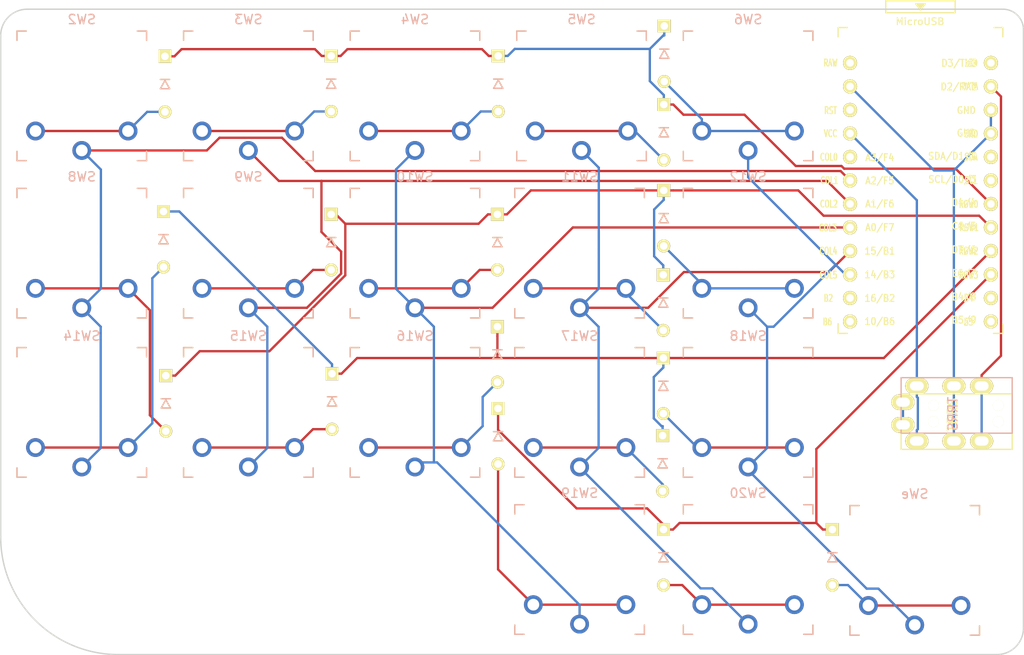
<source format=kicad_pcb>
(kicad_pcb (version 20171130) (host pcbnew 5.1.6)

  (general
    (thickness 1.6)
    (drawings 8)
    (tracks 220)
    (zones 0)
    (modules 38)
    (nets 42)
  )

  (page A4)
  (title_block
    (title "Besom Ortho")
    (date 2020-07-26)
    (rev 1.0)
    (company broomlabs)
  )

  (layers
    (0 F.Cu signal)
    (31 B.Cu signal)
    (32 B.Adhes user)
    (33 F.Adhes user)
    (34 B.Paste user hide)
    (35 F.Paste user)
    (36 B.SilkS user)
    (37 F.SilkS user hide)
    (38 B.Mask user hide)
    (39 F.Mask user hide)
    (40 Dwgs.User user)
    (41 Cmts.User user)
    (42 Eco1.User user)
    (43 Eco2.User user hide)
    (44 Edge.Cuts user)
    (45 Margin user)
    (46 B.CrtYd user)
    (47 F.CrtYd user)
    (48 B.Fab user hide)
    (49 F.Fab user)
  )

  (setup
    (last_trace_width 0.25)
    (user_trace_width 0.5)
    (trace_clearance 0.2)
    (zone_clearance 0.508)
    (zone_45_only no)
    (trace_min 0.2)
    (via_size 0.6)
    (via_drill 0.4)
    (via_min_size 0.4)
    (via_min_drill 0.3)
    (uvia_size 0.3)
    (uvia_drill 0.1)
    (uvias_allowed no)
    (uvia_min_size 0.2)
    (uvia_min_drill 0.1)
    (edge_width 0.15)
    (segment_width 0.15)
    (pcb_text_width 0.3)
    (pcb_text_size 1.5 1.5)
    (mod_edge_width 0.15)
    (mod_text_size 1 1)
    (mod_text_width 0.15)
    (pad_size 1.397 1.397)
    (pad_drill 0.8128)
    (pad_to_mask_clearance 0.2)
    (aux_axis_origin 145.73 12.66)
    (visible_elements FFFFFFFF)
    (pcbplotparams
      (layerselection 0x010c0_ffffffff)
      (usegerberextensions true)
      (usegerberattributes false)
      (usegerberadvancedattributes false)
      (creategerberjobfile false)
      (excludeedgelayer true)
      (linewidth 0.150000)
      (plotframeref false)
      (viasonmask false)
      (mode 1)
      (useauxorigin false)
      (hpglpennumber 1)
      (hpglpenspeed 20)
      (hpglpendiameter 15.000000)
      (psnegative false)
      (psa4output false)
      (plotreference true)
      (plotvalue true)
      (plotinvisibletext false)
      (padsonsilk false)
      (subtractmaskfromsilk false)
      (outputformat 1)
      (mirror false)
      (drillshape 0)
      (scaleselection 1)
      (outputdirectory "gerber/"))
  )

  (net 0 "")
  (net 1 row0)
  (net 2 row1)
  (net 3 "Net-(D2-Pad2)")
  (net 4 row2)
  (net 5 "Net-(D3-Pad2)")
  (net 6 row3)
  (net 7 "Net-(D4-Pad2)")
  (net 8 "Net-(D5-Pad2)")
  (net 9 "Net-(D6-Pad2)")
  (net 10 "Net-(D8-Pad2)")
  (net 11 "Net-(D9-Pad2)")
  (net 12 "Net-(D10-Pad2)")
  (net 13 "Net-(D11-Pad2)")
  (net 14 "Net-(D12-Pad2)")
  (net 15 "Net-(D14-Pad2)")
  (net 16 "Net-(D15-Pad2)")
  (net 17 "Net-(D16-Pad2)")
  (net 18 "Net-(D17-Pad2)")
  (net 19 "Net-(D18-Pad2)")
  (net 20 "Net-(D19-Pad2)")
  (net 21 "Net-(D20-Pad2)")
  (net 22 "Net-(D21-Pad2)")
  (net 23 GND)
  (net 24 VCC)
  (net 25 col0)
  (net 26 col1)
  (net 27 col2)
  (net 28 col3)
  (net 29 col4)
  (net 30 col5)
  (net 31 LED)
  (net 32 data)
  (net 33 reset)
  (net 34 SCL)
  (net 35 SDA)
  (net 36 "Net-(U1-Pad14)")
  (net 37 "Net-(U1-Pad13)")
  (net 38 "Net-(U1-Pad12)")
  (net 39 "Net-(U1-Pad11)")
  (net 40 "Net-(J1-PadA)")
  (net 41 "Net-(U1-Pad24)")

  (net_class Default "これは標準のネット クラスです。"
    (clearance 0.2)
    (trace_width 0.25)
    (via_dia 0.6)
    (via_drill 0.4)
    (uvia_dia 0.3)
    (uvia_drill 0.1)
    (add_net GND)
    (add_net LED)
    (add_net "Net-(D10-Pad2)")
    (add_net "Net-(D11-Pad2)")
    (add_net "Net-(D12-Pad2)")
    (add_net "Net-(D14-Pad2)")
    (add_net "Net-(D15-Pad2)")
    (add_net "Net-(D16-Pad2)")
    (add_net "Net-(D17-Pad2)")
    (add_net "Net-(D18-Pad2)")
    (add_net "Net-(D19-Pad2)")
    (add_net "Net-(D2-Pad2)")
    (add_net "Net-(D20-Pad2)")
    (add_net "Net-(D21-Pad2)")
    (add_net "Net-(D3-Pad2)")
    (add_net "Net-(D4-Pad2)")
    (add_net "Net-(D5-Pad2)")
    (add_net "Net-(D6-Pad2)")
    (add_net "Net-(D8-Pad2)")
    (add_net "Net-(D9-Pad2)")
    (add_net "Net-(J1-PadA)")
    (add_net "Net-(U1-Pad11)")
    (add_net "Net-(U1-Pad12)")
    (add_net "Net-(U1-Pad13)")
    (add_net "Net-(U1-Pad14)")
    (add_net "Net-(U1-Pad24)")
    (add_net SCL)
    (add_net SDA)
    (add_net VCC)
    (add_net col0)
    (add_net col1)
    (add_net col2)
    (add_net col3)
    (add_net col4)
    (add_net col5)
    (add_net data)
    (add_net reset)
    (add_net row0)
    (add_net row1)
    (add_net row2)
    (add_net row3)
  )

  (module "Choc Footprints:SW_PG1350_reversible" (layer F.Cu) (tedit 5DD501D8) (tstamp 5C238820)
    (at 97.79 81.66)
    (descr "Kailh \"Choc\" PG1350 keyswitch, able to be mounted on front or back of PCB")
    (tags kailh,choc)
    (path /5A5E37EC)
    (fp_text reference SW19 (at 4.6 6 180) (layer Dwgs.User) hide
      (effects (font (size 1 1) (thickness 0.15)))
    )
    (fp_text value SW_PUSH (at -0.5 6 180) (layer Dwgs.User) hide
      (effects (font (size 1 1) (thickness 0.15)))
    )
    (fp_line (start 6 -7) (end 7 -7) (layer F.SilkS) (width 0.15))
    (fp_line (start 7 -7) (end 7 -6) (layer F.SilkS) (width 0.15))
    (fp_line (start 7 6) (end 7 7) (layer F.SilkS) (width 0.15))
    (fp_line (start 7 7) (end 6 7) (layer F.SilkS) (width 0.15))
    (fp_line (start -6 7) (end -7 7) (layer F.SilkS) (width 0.15))
    (fp_line (start -7 7) (end -7 6) (layer F.SilkS) (width 0.15))
    (fp_line (start -7 -6) (end -7 -7) (layer F.SilkS) (width 0.15))
    (fp_line (start -7 -7) (end -6 -7) (layer F.SilkS) (width 0.15))
    (fp_line (start -2.6 -3.1) (end 2.6 -3.1) (layer Eco2.User) (width 0.15))
    (fp_line (start 2.6 -3.1) (end 2.6 -6.3) (layer Eco2.User) (width 0.15))
    (fp_line (start 2.6 -6.3) (end -2.6 -6.3) (layer Eco2.User) (width 0.15))
    (fp_line (start -2.6 -3.1) (end -2.6 -6.3) (layer Eco2.User) (width 0.15))
    (fp_line (start -7 -6) (end -7 -7) (layer B.SilkS) (width 0.15))
    (fp_line (start -7 -7) (end -6 -7) (layer B.SilkS) (width 0.15))
    (fp_line (start -6 7) (end -7 7) (layer B.SilkS) (width 0.15))
    (fp_line (start -7 7) (end -7 6) (layer B.SilkS) (width 0.15))
    (fp_line (start 7 6) (end 7 7) (layer B.SilkS) (width 0.15))
    (fp_line (start 7 7) (end 6 7) (layer B.SilkS) (width 0.15))
    (fp_line (start 6 -7) (end 7 -7) (layer B.SilkS) (width 0.15))
    (fp_line (start 7 -7) (end 7 -6) (layer B.SilkS) (width 0.15))
    (fp_line (start -6.9 6.9) (end 6.9 6.9) (layer Eco2.User) (width 0.15))
    (fp_line (start 6.9 -6.9) (end -6.9 -6.9) (layer Eco2.User) (width 0.15))
    (fp_line (start 6.9 -6.9) (end 6.9 6.9) (layer Eco2.User) (width 0.15))
    (fp_line (start -6.9 6.9) (end -6.9 -6.9) (layer Eco2.User) (width 0.15))
    (fp_line (start -7.5 -7.5) (end 7.5 -7.5) (layer B.Fab) (width 0.15))
    (fp_line (start 7.5 -7.5) (end 7.5 7.5) (layer B.Fab) (width 0.15))
    (fp_line (start 7.5 7.5) (end -7.5 7.5) (layer B.Fab) (width 0.15))
    (fp_line (start -7.5 7.5) (end -7.5 -7.5) (layer B.Fab) (width 0.15))
    (fp_line (start -7.5 -7.5) (end 7.5 -7.5) (layer F.Fab) (width 0.15))
    (fp_line (start 7.5 7.5) (end -7.5 7.5) (layer F.Fab) (width 0.15))
    (fp_line (start 7.5 -7.5) (end 7.5 7.5) (layer F.Fab) (width 0.15))
    (fp_line (start -7.5 7.5) (end -7.5 -7.5) (layer F.Fab) (width 0.15))
    (fp_text user %R (at 0 0) (layer F.Fab)
      (effects (font (size 1 1) (thickness 0.15)))
    )
    (fp_text user %R (at 0 0) (layer F.Fab)
      (effects (font (size 1 1) (thickness 0.15)))
    )
    (fp_text user %V (at 0 8.255) (layer B.Fab)
      (effects (font (size 1 1) (thickness 0.15)) (justify mirror))
    )
    (fp_text user %R (at 0 -8.255) (layer B.SilkS)
      (effects (font (size 1 1) (thickness 0.15)) (justify mirror))
    )
    (pad "" np_thru_hole circle (at -5.5 0) (size 1.7018 1.7018) (drill 1.7018) (layers *.Cu *.Mask))
    (pad "" np_thru_hole circle (at 5.5 0) (size 1.7018 1.7018) (drill 1.7018) (layers *.Cu *.Mask))
    (pad "" np_thru_hole circle (at 5.22 -4.2) (size 0.9906 0.9906) (drill 0.9906) (layers *.Cu *.Mask))
    (pad 1 thru_hole circle (at 0 5.9) (size 2.032 2.032) (drill 1.27) (layers *.Cu *.Mask)
      (net 28 col3))
    (pad 2 thru_hole circle (at -5 3.8) (size 2.032 2.032) (drill 1.27) (layers *.Cu *.Mask)
      (net 20 "Net-(D19-Pad2)"))
    (pad "" np_thru_hole circle (at 0 0) (size 3.429 3.429) (drill 3.429) (layers *.Cu *.Mask))
    (pad 2 thru_hole circle (at 5 3.8) (size 2.032 2.032) (drill 1.27) (layers *.Cu *.Mask)
      (net 20 "Net-(D19-Pad2)"))
    (pad "" np_thru_hole circle (at -5.22 -4.2) (size 0.9906 0.9906) (drill 0.9906) (layers *.Cu *.Mask))
  )

  (module "Choc Footprints:SW_PG1350_reversible" (layer F.Cu) (tedit 5DD501D8) (tstamp 5C23884C)
    (at 134 81.75)
    (descr "Kailh \"Choc\" PG1350 keyswitch, able to be mounted on front or back of PCB")
    (tags kailh,choc)
    (path /5A5E37B0)
    (fp_text reference SWe (at 4.6 6 180) (layer Dwgs.User) hide
      (effects (font (size 1 1) (thickness 0.15)))
    )
    (fp_text value SW_PUSH (at -0.5 6 180) (layer Dwgs.User) hide
      (effects (font (size 1 1) (thickness 0.15)))
    )
    (fp_line (start -7.5 7.5) (end -7.5 -7.5) (layer F.Fab) (width 0.15))
    (fp_line (start 7.5 -7.5) (end 7.5 7.5) (layer F.Fab) (width 0.15))
    (fp_line (start 7.5 7.5) (end -7.5 7.5) (layer F.Fab) (width 0.15))
    (fp_line (start -7.5 -7.5) (end 7.5 -7.5) (layer F.Fab) (width 0.15))
    (fp_line (start -7.5 7.5) (end -7.5 -7.5) (layer B.Fab) (width 0.15))
    (fp_line (start 7.5 7.5) (end -7.5 7.5) (layer B.Fab) (width 0.15))
    (fp_line (start 7.5 -7.5) (end 7.5 7.5) (layer B.Fab) (width 0.15))
    (fp_line (start -7.5 -7.5) (end 7.5 -7.5) (layer B.Fab) (width 0.15))
    (fp_line (start -6.9 6.9) (end -6.9 -6.9) (layer Eco2.User) (width 0.15))
    (fp_line (start 6.9 -6.9) (end 6.9 6.9) (layer Eco2.User) (width 0.15))
    (fp_line (start 6.9 -6.9) (end -6.9 -6.9) (layer Eco2.User) (width 0.15))
    (fp_line (start -6.9 6.9) (end 6.9 6.9) (layer Eco2.User) (width 0.15))
    (fp_line (start 7 -7) (end 7 -6) (layer B.SilkS) (width 0.15))
    (fp_line (start 6 -7) (end 7 -7) (layer B.SilkS) (width 0.15))
    (fp_line (start 7 7) (end 6 7) (layer B.SilkS) (width 0.15))
    (fp_line (start 7 6) (end 7 7) (layer B.SilkS) (width 0.15))
    (fp_line (start -7 7) (end -7 6) (layer B.SilkS) (width 0.15))
    (fp_line (start -6 7) (end -7 7) (layer B.SilkS) (width 0.15))
    (fp_line (start -7 -7) (end -6 -7) (layer B.SilkS) (width 0.15))
    (fp_line (start -7 -6) (end -7 -7) (layer B.SilkS) (width 0.15))
    (fp_line (start -2.6 -3.1) (end -2.6 -6.3) (layer Eco2.User) (width 0.15))
    (fp_line (start 2.6 -6.3) (end -2.6 -6.3) (layer Eco2.User) (width 0.15))
    (fp_line (start 2.6 -3.1) (end 2.6 -6.3) (layer Eco2.User) (width 0.15))
    (fp_line (start -2.6 -3.1) (end 2.6 -3.1) (layer Eco2.User) (width 0.15))
    (fp_line (start -7 -7) (end -6 -7) (layer F.SilkS) (width 0.15))
    (fp_line (start -7 -6) (end -7 -7) (layer F.SilkS) (width 0.15))
    (fp_line (start -7 7) (end -7 6) (layer F.SilkS) (width 0.15))
    (fp_line (start -6 7) (end -7 7) (layer F.SilkS) (width 0.15))
    (fp_line (start 7 7) (end 6 7) (layer F.SilkS) (width 0.15))
    (fp_line (start 7 6) (end 7 7) (layer F.SilkS) (width 0.15))
    (fp_line (start 7 -7) (end 7 -6) (layer F.SilkS) (width 0.15))
    (fp_line (start 6 -7) (end 7 -7) (layer F.SilkS) (width 0.15))
    (fp_text user %R (at 0 -8.255) (layer B.SilkS)
      (effects (font (size 1 1) (thickness 0.15)) (justify mirror))
    )
    (fp_text user %V (at 0 8.255) (layer B.Fab)
      (effects (font (size 1 1) (thickness 0.15)) (justify mirror))
    )
    (fp_text user %R (at 0 0) (layer F.Fab)
      (effects (font (size 1 1) (thickness 0.15)))
    )
    (fp_text user %R (at 0 0) (layer B.Fab)
      (effects (font (size 1 1) (thickness 0.15)) (justify mirror))
    )
    (pad "" np_thru_hole circle (at -5.22 -4.2) (size 0.9906 0.9906) (drill 0.9906) (layers *.Cu *.Mask))
    (pad 2 thru_hole circle (at 5 3.8) (size 2.032 2.032) (drill 1.27) (layers *.Cu *.Mask)
      (net 22 "Net-(D21-Pad2)"))
    (pad "" np_thru_hole circle (at 0 0) (size 3.429 3.429) (drill 3.429) (layers *.Cu *.Mask))
    (pad 2 thru_hole circle (at -5 3.8) (size 2.032 2.032) (drill 1.27) (layers *.Cu *.Mask)
      (net 22 "Net-(D21-Pad2)"))
    (pad 1 thru_hole circle (at 0 5.9) (size 2.032 2.032) (drill 1.27) (layers *.Cu *.Mask)
      (net 30 col5))
    (pad "" np_thru_hole circle (at 5.22 -4.2) (size 0.9906 0.9906) (drill 0.9906) (layers *.Cu *.Mask))
    (pad "" np_thru_hole circle (at 5.5 0) (size 1.7018 1.7018) (drill 1.7018) (layers *.Cu *.Mask))
    (pad "" np_thru_hole circle (at -5.5 0) (size 1.7018 1.7018) (drill 1.7018) (layers *.Cu *.Mask))
  )

  (module kbd:ProMicro_v3 (layer F.Cu) (tedit 5E3AA86E) (tstamp 5C238F3C)
    (at 134.62 41.4)
    (path /5A5E14C2)
    (fp_text reference U1 (at -0.1 -0.05 270) (layer F.SilkS) hide
      (effects (font (size 1 1) (thickness 0.15)))
    )
    (fp_text value ProMicro (at -0.45 -17) (layer F.Fab) hide
      (effects (font (size 1 1) (thickness 0.15)))
    )
    (fp_line (start -0.15 -20.4) (end 0.15 -20.4) (layer F.SilkS) (width 0.15))
    (fp_line (start -0.25 -20.55) (end 0.25 -20.55) (layer F.SilkS) (width 0.15))
    (fp_line (start -0.35 -20.7) (end 0.35 -20.7) (layer F.SilkS) (width 0.15))
    (fp_line (start 0 -20.2) (end -0.5 -20.85) (layer F.SilkS) (width 0.15))
    (fp_line (start 0.5 -20.85) (end 0 -20.2) (layer F.SilkS) (width 0.15))
    (fp_line (start -0.5 -20.85) (end 0.5 -20.85) (layer F.SilkS) (width 0.15))
    (fp_line (start 3.75 -21.2) (end -3.75 -21.2) (layer F.SilkS) (width 0.15))
    (fp_line (start 3.75 -19.9) (end 3.75 -21.2) (layer F.SilkS) (width 0.15))
    (fp_line (start -3.75 -19.9) (end 3.75 -19.9) (layer F.SilkS) (width 0.15))
    (fp_line (start -3.75 -21.2) (end -3.75 -19.9) (layer F.SilkS) (width 0.15))
    (fp_line (start 3.76 -18.3) (end 8.9 -18.3) (layer F.Fab) (width 0.15))
    (fp_line (start -3.75 -18.3) (end 3.75 -18.3) (layer F.Fab) (width 0.15))
    (fp_line (start -3.75 -19.6) (end -3.75 -18.299039) (layer F.Fab) (width 0.15))
    (fp_line (start 3.75 -19.6) (end 3.75 -18.3) (layer F.Fab) (width 0.15))
    (fp_line (start -3.75 -19.6) (end 3.75 -19.6) (layer F.Fab) (width 0.15))
    (fp_line (start -8.9 -18.3) (end -3.75 -18.3) (layer F.Fab) (width 0.15))
    (fp_line (start 8.9 -18.3) (end 8.9 14.75) (layer F.Fab) (width 0.15))
    (fp_line (start 8.9 14.75) (end -8.9 14.75) (layer F.Fab) (width 0.15))
    (fp_line (start -8.9 14.75) (end -8.9 -18.3) (layer F.Fab) (width 0.15))
    (fp_line (start -8.9 -18.3) (end -8.9 -17.3) (layer F.SilkS) (width 0.15))
    (fp_line (start 8.9 -18.3) (end 8.9 -17.3) (layer F.SilkS) (width 0.15))
    (fp_line (start -8.9 -18.3) (end -7.9 -18.3) (layer F.SilkS) (width 0.15))
    (fp_line (start 8.9 -18.3) (end 7.95 -18.3) (layer F.SilkS) (width 0.15))
    (fp_line (start -8.9 13.7) (end -8.9 14.75) (layer F.SilkS) (width 0.15))
    (fp_line (start 8.9 13.75) (end 8.9 14.75) (layer F.SilkS) (width 0.15))
    (fp_line (start -8.9 14.75) (end -7.9 14.75) (layer F.SilkS) (width 0.15))
    (fp_line (start 8.9 14.75) (end 7.89 14.75) (layer F.SilkS) (width 0.15))
    (fp_text user "" (at -1.2065 -16.256) (layer B.SilkS)
      (effects (font (size 1 1) (thickness 0.15)) (justify mirror))
    )
    (fp_text user "" (at -0.545 -17.4) (layer F.SilkS)
      (effects (font (size 1 1) (thickness 0.15)))
    )
    (fp_text user RAW (at -9.7155 -14.478 unlocked) (layer F.SilkS)
      (effects (font (size 0.75 0.5) (thickness 0.125)))
    )
    (fp_text user GND (at 5.461 -6.7945 unlocked) (layer F.SilkS)
      (effects (font (size 0.75 0.5) (thickness 0.125)))
    )
    (fp_text user RST (at -9.7155 -9.3345 unlocked) (layer F.SilkS)
      (effects (font (size 0.75 0.5) (thickness 0.125)))
    )
    (fp_text user VCC (at -9.7155 -6.858 unlocked) (layer F.SilkS)
      (effects (font (size 0.75 0.5) (thickness 0.125)))
    )
    (fp_text user A3/F4 (at -4.395 -4.25 unlocked) (layer F.SilkS)
      (effects (font (size 0.75 0.67) (thickness 0.125)))
    )
    (fp_text user A2/F5 (at -4.395 -1.75 unlocked) (layer F.SilkS)
      (effects (font (size 0.75 0.67) (thickness 0.125)))
    )
    (fp_text user A1/F6 (at -4.395 0.75 unlocked) (layer F.SilkS)
      (effects (font (size 0.75 0.67) (thickness 0.125)))
    )
    (fp_text user A0/F7 (at -4.395 3.3 unlocked) (layer F.SilkS)
      (effects (font (size 0.75 0.67) (thickness 0.125)))
    )
    (fp_text user 15/B1 (at -4.395 5.85 unlocked) (layer F.SilkS)
      (effects (font (size 0.75 0.67) (thickness 0.125)))
    )
    (fp_text user 14/B3 (at -4.395 8.4 unlocked) (layer F.SilkS)
      (effects (font (size 0.75 0.67) (thickness 0.125)))
    )
    (fp_text user 10/B6 (at -4.395 13.45 unlocked) (layer F.SilkS)
      (effects (font (size 0.75 0.67) (thickness 0.125)))
    )
    (fp_text user 16/B2 (at -4.395 10.95 unlocked) (layer F.SilkS)
      (effects (font (size 0.75 0.67) (thickness 0.125)))
    )
    (fp_text user E6/7 (at 4.705 8.25 unlocked) (layer F.SilkS)
      (effects (font (size 0.75 0.67) (thickness 0.125)))
    )
    (fp_text user D7/6 (at 4.705 5.7 unlocked) (layer F.SilkS)
      (effects (font (size 0.75 0.67) (thickness 0.125)))
    )
    (fp_text user GND (at 4.955 -9.35 unlocked) (layer F.SilkS)
      (effects (font (size 0.75 0.67) (thickness 0.125)))
    )
    (fp_text user GND (at 4.955 -6.9 unlocked) (layer F.SilkS)
      (effects (font (size 0.75 0.67) (thickness 0.125)))
    )
    (fp_text user D3/TX0 (at 4.155 -14.45 unlocked) (layer F.SilkS)
      (effects (font (size 0.75 0.67) (thickness 0.125)))
    )
    (fp_text user D4/4 (at 4.705 0.6 unlocked) (layer F.SilkS)
      (effects (font (size 0.75 0.67) (thickness 0.125)))
    )
    (fp_text user SDA/D1/2 (at 3.455 -4.4 unlocked) (layer F.SilkS)
      (effects (font (size 0.75 0.67) (thickness 0.125)))
    )
    (fp_text user SCL/D0/3 (at 3.455 -1.9 unlocked) (layer F.SilkS)
      (effects (font (size 0.75 0.67) (thickness 0.125)))
    )
    (fp_text user C6/5 (at 4.705 3.15 unlocked) (layer F.SilkS)
      (effects (font (size 0.75 0.67) (thickness 0.125)))
    )
    (fp_text user B5/9 (at 4.705 13.3 unlocked) (layer F.SilkS)
      (effects (font (size 0.75 0.67) (thickness 0.125)))
    )
    (fp_text user D2/RX1 (at 4.155 -11.9 unlocked) (layer F.SilkS)
      (effects (font (size 0.75 0.67) (thickness 0.125)))
    )
    (fp_text user B4/8 (at 4.705 10.8 unlocked) (layer F.SilkS)
      (effects (font (size 0.75 0.67) (thickness 0.125)))
    )
    (fp_text user MicroUSB (at -0.05 -18.95) (layer F.SilkS)
      (effects (font (size 0.75 0.75) (thickness 0.12)))
    )
    (fp_text user LED (at 5.5 -14.478) (layer F.SilkS)
      (effects (font (size 0.75 0.5) (thickness 0.125)))
    )
    (fp_text user DATA (at 5.35 -11.95) (layer F.SilkS)
      (effects (font (size 0.75 0.5) (thickness 0.125)))
    )
    (fp_text user COL3 (at -10 3.35) (layer F.SilkS)
      (effects (font (size 0.75 0.5) (thickness 0.125)))
    )
    (fp_text user ROW0 (at 5.2 0.8) (layer F.SilkS)
      (effects (font (size 0.75 0.5) (thickness 0.125)))
    )
    (fp_text user COL2 (at -9.9 0.762) (layer F.SilkS)
      (effects (font (size 0.75 0.5) (thickness 0.125)))
    )
    (fp_text user SCL (at 5.461 -1.778) (layer F.SilkS)
      (effects (font (size 0.75 0.5) (thickness 0.125)))
    )
    (fp_text user COL1 (at -9.85 -1.778) (layer F.SilkS)
      (effects (font (size 0.75 0.5) (thickness 0.125)))
    )
    (fp_text user SDA (at 5.461 -4.318) (layer F.SilkS)
      (effects (font (size 0.75 0.5) (thickness 0.125)))
    )
    (fp_text user COL0 (at -9.9 -4.3) (layer F.SilkS)
      (effects (font (size 0.75 0.5) (thickness 0.125)))
    )
    (fp_text user B6 (at -10.05 13.5) (layer F.SilkS)
      (effects (font (size 0.75 0.5) (thickness 0.125)))
    )
    (fp_text user B5 (at 5.2 13.5255) (layer F.SilkS)
      (effects (font (size 0.75 0.5) (thickness 0.125)))
    )
    (fp_text user B4 (at 5.2 10.922) (layer F.SilkS)
      (effects (font (size 0.75 0.5) (thickness 0.125)))
    )
    (fp_text user B2 (at -9.95 10.95) (layer F.SilkS)
      (effects (font (size 0.75 0.5) (thickness 0.125)))
    )
    (fp_text user ROW3 (at 5.2 8.4455) (layer F.SilkS)
      (effects (font (size 0.75 0.5) (thickness 0.125)))
    )
    (fp_text user COL5 (at -9.95 8.4455) (layer F.SilkS)
      (effects (font (size 0.75 0.5) (thickness 0.125)))
    )
    (fp_text user ROW2 (at 5.2 5.85) (layer F.SilkS)
      (effects (font (size 0.75 0.5) (thickness 0.125)))
    )
    (fp_text user COL4 (at -9.95 5.85) (layer F.SilkS)
      (effects (font (size 0.75 0.5) (thickness 0.125)))
    )
    (fp_text user ROW1 (at 5.25 3.302) (layer F.SilkS)
      (effects (font (size 0.75 0.5) (thickness 0.125)))
    )
    (pad 24 thru_hole circle (at -7.6086 -14.478) (size 1.524 1.524) (drill 0.8128) (layers *.Cu *.Mask F.SilkS)
      (net 41 "Net-(U1-Pad24)"))
    (pad 23 thru_hole circle (at -7.6086 -11.938) (size 1.524 1.524) (drill 0.8128) (layers *.Cu *.Mask F.SilkS)
      (net 23 GND))
    (pad 22 thru_hole circle (at -7.6086 -9.398) (size 1.524 1.524) (drill 0.8128) (layers *.Cu *.Mask F.SilkS)
      (net 33 reset))
    (pad 21 thru_hole circle (at -7.6086 -6.858) (size 1.524 1.524) (drill 0.8128) (layers *.Cu *.Mask F.SilkS)
      (net 24 VCC))
    (pad 20 thru_hole circle (at -7.6086 -4.318) (size 1.524 1.524) (drill 0.8128) (layers *.Cu *.Mask F.SilkS)
      (net 25 col0))
    (pad 19 thru_hole circle (at -7.6086 -1.778) (size 1.524 1.524) (drill 0.8128) (layers *.Cu *.Mask F.SilkS)
      (net 26 col1))
    (pad 18 thru_hole circle (at -7.6086 0.762) (size 1.524 1.524) (drill 0.8128) (layers *.Cu *.Mask F.SilkS)
      (net 27 col2))
    (pad 17 thru_hole circle (at -7.6086 3.302) (size 1.524 1.524) (drill 0.8128) (layers *.Cu *.Mask F.SilkS)
      (net 28 col3))
    (pad 16 thru_hole circle (at -7.6086 5.842) (size 1.524 1.524) (drill 0.8128) (layers *.Cu *.Mask F.SilkS)
      (net 29 col4))
    (pad 15 thru_hole circle (at -7.6086 8.382) (size 1.524 1.524) (drill 0.8128) (layers *.Cu *.Mask F.SilkS)
      (net 30 col5))
    (pad 14 thru_hole circle (at -7.6086 10.922) (size 1.524 1.524) (drill 0.8128) (layers *.Cu *.Mask F.SilkS)
      (net 36 "Net-(U1-Pad14)"))
    (pad 13 thru_hole circle (at -7.6086 13.462) (size 1.524 1.524) (drill 0.8128) (layers *.Cu *.Mask F.SilkS)
      (net 37 "Net-(U1-Pad13)"))
    (pad 12 thru_hole circle (at 7.6114 13.462) (size 1.524 1.524) (drill 0.8128) (layers *.Cu *.Mask F.SilkS)
      (net 38 "Net-(U1-Pad12)"))
    (pad 11 thru_hole circle (at 7.6114 10.922) (size 1.524 1.524) (drill 0.8128) (layers *.Cu *.Mask F.SilkS)
      (net 39 "Net-(U1-Pad11)"))
    (pad 10 thru_hole circle (at 7.6114 8.382) (size 1.524 1.524) (drill 0.8128) (layers *.Cu *.Mask F.SilkS)
      (net 6 row3))
    (pad 9 thru_hole circle (at 7.6114 5.842) (size 1.524 1.524) (drill 0.8128) (layers *.Cu *.Mask F.SilkS)
      (net 4 row2))
    (pad 8 thru_hole circle (at 7.6114 3.302) (size 1.524 1.524) (drill 0.8128) (layers *.Cu *.Mask F.SilkS)
      (net 2 row1))
    (pad 7 thru_hole circle (at 7.6114 0.762) (size 1.524 1.524) (drill 0.8128) (layers *.Cu *.Mask F.SilkS)
      (net 1 row0))
    (pad 6 thru_hole circle (at 7.6114 -1.778) (size 1.524 1.524) (drill 0.8128) (layers *.Cu *.Mask F.SilkS)
      (net 34 SCL))
    (pad 5 thru_hole circle (at 7.6114 -4.318) (size 1.524 1.524) (drill 0.8128) (layers *.Cu *.Mask F.SilkS)
      (net 35 SDA))
    (pad 4 thru_hole circle (at 7.6114 -6.858) (size 1.524 1.524) (drill 0.8128) (layers *.Cu *.Mask F.SilkS)
      (net 23 GND))
    (pad 3 thru_hole circle (at 7.6114 -9.398) (size 1.524 1.524) (drill 0.8128) (layers *.Cu *.Mask F.SilkS)
      (net 23 GND))
    (pad 2 thru_hole circle (at 7.6114 -11.938) (size 1.524 1.524) (drill 0.8128) (layers *.Cu *.Mask F.SilkS)
      (net 32 data))
    (pad 1 thru_hole circle (at 7.6114 -14.478) (size 1.524 1.524) (drill 0.8128) (layers *.Cu *.Mask F.SilkS)
      (net 31 LED))
  )

  (module "Choc Footprints:SW_PG1350_reversible" (layer F.Cu) (tedit 5DD501D8) (tstamp 5C238836)
    (at 116 81.66)
    (descr "Kailh \"Choc\" PG1350 keyswitch, able to be mounted on front or back of PCB")
    (tags kailh,choc)
    (path /5A5E37A4)
    (fp_text reference SW20 (at 4.600001 6) (layer Dwgs.User) hide
      (effects (font (size 1 1) (thickness 0.15)))
    )
    (fp_text value SW_PUSH (at -0.5 6) (layer Dwgs.User) hide
      (effects (font (size 1 1) (thickness 0.15)))
    )
    (fp_line (start 6 -7) (end 7 -7) (layer F.SilkS) (width 0.15))
    (fp_line (start 7 -7) (end 7 -6) (layer F.SilkS) (width 0.15))
    (fp_line (start 7 6) (end 7 7) (layer F.SilkS) (width 0.15))
    (fp_line (start 7 7) (end 6 7) (layer F.SilkS) (width 0.15))
    (fp_line (start -6 7) (end -7 7) (layer F.SilkS) (width 0.15))
    (fp_line (start -7 7) (end -7 6) (layer F.SilkS) (width 0.15))
    (fp_line (start -7 -6) (end -7 -7) (layer F.SilkS) (width 0.15))
    (fp_line (start -7 -7) (end -6 -7) (layer F.SilkS) (width 0.15))
    (fp_line (start -2.6 -3.1) (end 2.6 -3.1) (layer Eco2.User) (width 0.15))
    (fp_line (start 2.6 -3.1) (end 2.6 -6.3) (layer Eco2.User) (width 0.15))
    (fp_line (start 2.6 -6.3) (end -2.6 -6.3) (layer Eco2.User) (width 0.15))
    (fp_line (start -2.6 -3.1) (end -2.6 -6.3) (layer Eco2.User) (width 0.15))
    (fp_line (start -7 -6) (end -7 -7) (layer B.SilkS) (width 0.15))
    (fp_line (start -7 -7) (end -6 -7) (layer B.SilkS) (width 0.15))
    (fp_line (start -6 7) (end -7 7) (layer B.SilkS) (width 0.15))
    (fp_line (start -7 7) (end -7 6) (layer B.SilkS) (width 0.15))
    (fp_line (start 7 6) (end 7 7) (layer B.SilkS) (width 0.15))
    (fp_line (start 7 7) (end 6 7) (layer B.SilkS) (width 0.15))
    (fp_line (start 6 -7) (end 7 -7) (layer B.SilkS) (width 0.15))
    (fp_line (start 7 -7) (end 7 -6) (layer B.SilkS) (width 0.15))
    (fp_line (start -6.9 6.9) (end 6.9 6.9) (layer Eco2.User) (width 0.15))
    (fp_line (start 6.9 -6.9) (end -6.9 -6.9) (layer Eco2.User) (width 0.15))
    (fp_line (start 6.9 -6.9) (end 6.9 6.9) (layer Eco2.User) (width 0.15))
    (fp_line (start -6.9 6.9) (end -6.9 -6.9) (layer Eco2.User) (width 0.15))
    (fp_line (start -7.5 -7.5) (end 7.5 -7.5) (layer B.Fab) (width 0.15))
    (fp_line (start 7.5 -7.5) (end 7.5 7.5) (layer B.Fab) (width 0.15))
    (fp_line (start 7.5 7.5) (end -7.5 7.5) (layer B.Fab) (width 0.15))
    (fp_line (start -7.5 7.5) (end -7.5 -7.5) (layer B.Fab) (width 0.15))
    (fp_line (start -7.5 -7.5) (end 7.5 -7.5) (layer F.Fab) (width 0.15))
    (fp_line (start 7.5 7.5) (end -7.5 7.5) (layer F.Fab) (width 0.15))
    (fp_line (start 7.5 -7.5) (end 7.5 7.5) (layer F.Fab) (width 0.15))
    (fp_line (start -7.5 7.5) (end -7.5 -7.5) (layer F.Fab) (width 0.15))
    (fp_text user %R (at 0 0) (layer F.Fab)
      (effects (font (size 1 1) (thickness 0.15)))
    )
    (fp_text user %R (at 0 0) (layer F.Fab)
      (effects (font (size 1 1) (thickness 0.15)))
    )
    (fp_text user %V (at 0 8.255) (layer B.Fab)
      (effects (font (size 1 1) (thickness 0.15)) (justify mirror))
    )
    (fp_text user %R (at 0 -8.255) (layer B.SilkS)
      (effects (font (size 1 1) (thickness 0.15)) (justify mirror))
    )
    (pad "" np_thru_hole circle (at -5.5 0) (size 1.7018 1.7018) (drill 1.7018) (layers *.Cu *.Mask))
    (pad "" np_thru_hole circle (at 5.5 0) (size 1.7018 1.7018) (drill 1.7018) (layers *.Cu *.Mask))
    (pad "" np_thru_hole circle (at 5.22 -4.2) (size 0.9906 0.9906) (drill 0.9906) (layers *.Cu *.Mask))
    (pad 1 thru_hole circle (at 0 5.9) (size 2.032 2.032) (drill 1.27) (layers *.Cu *.Mask)
      (net 29 col4))
    (pad 2 thru_hole circle (at -5 3.8) (size 2.032 2.032) (drill 1.27) (layers *.Cu *.Mask)
      (net 21 "Net-(D20-Pad2)"))
    (pad "" np_thru_hole circle (at 0 0) (size 3.429 3.429) (drill 3.429) (layers *.Cu *.Mask))
    (pad 2 thru_hole circle (at 5 3.8) (size 2.032 2.032) (drill 1.27) (layers *.Cu *.Mask)
      (net 21 "Net-(D20-Pad2)"))
    (pad "" np_thru_hole circle (at -5.22 -4.2) (size 0.9906 0.9906) (drill 0.9906) (layers *.Cu *.Mask))
  )

  (module "Choc Footprints:SW_PG1350_reversible" (layer F.Cu) (tedit 5DD501D8) (tstamp 5C2387F4)
    (at 97.79 64.68)
    (descr "Kailh \"Choc\" PG1350 keyswitch, able to be mounted on front or back of PCB")
    (tags kailh,choc)
    (path /5A5E35CF)
    (fp_text reference SW17 (at 4.6 6 180) (layer Dwgs.User) hide
      (effects (font (size 1 1) (thickness 0.15)))
    )
    (fp_text value SW_PUSH (at -0.5 6 180) (layer Dwgs.User) hide
      (effects (font (size 1 1) (thickness 0.15)))
    )
    (fp_line (start 6 -7) (end 7 -7) (layer F.SilkS) (width 0.15))
    (fp_line (start 7 -7) (end 7 -6) (layer F.SilkS) (width 0.15))
    (fp_line (start 7 6) (end 7 7) (layer F.SilkS) (width 0.15))
    (fp_line (start 7 7) (end 6 7) (layer F.SilkS) (width 0.15))
    (fp_line (start -6 7) (end -7 7) (layer F.SilkS) (width 0.15))
    (fp_line (start -7 7) (end -7 6) (layer F.SilkS) (width 0.15))
    (fp_line (start -7 -6) (end -7 -7) (layer F.SilkS) (width 0.15))
    (fp_line (start -7 -7) (end -6 -7) (layer F.SilkS) (width 0.15))
    (fp_line (start -2.6 -3.1) (end 2.6 -3.1) (layer Eco2.User) (width 0.15))
    (fp_line (start 2.6 -3.1) (end 2.6 -6.3) (layer Eco2.User) (width 0.15))
    (fp_line (start 2.6 -6.3) (end -2.6 -6.3) (layer Eco2.User) (width 0.15))
    (fp_line (start -2.6 -3.1) (end -2.6 -6.3) (layer Eco2.User) (width 0.15))
    (fp_line (start -7 -6) (end -7 -7) (layer B.SilkS) (width 0.15))
    (fp_line (start -7 -7) (end -6 -7) (layer B.SilkS) (width 0.15))
    (fp_line (start -6 7) (end -7 7) (layer B.SilkS) (width 0.15))
    (fp_line (start -7 7) (end -7 6) (layer B.SilkS) (width 0.15))
    (fp_line (start 7 6) (end 7 7) (layer B.SilkS) (width 0.15))
    (fp_line (start 7 7) (end 6 7) (layer B.SilkS) (width 0.15))
    (fp_line (start 6 -7) (end 7 -7) (layer B.SilkS) (width 0.15))
    (fp_line (start 7 -7) (end 7 -6) (layer B.SilkS) (width 0.15))
    (fp_line (start -6.9 6.9) (end 6.9 6.9) (layer Eco2.User) (width 0.15))
    (fp_line (start 6.9 -6.9) (end -6.9 -6.9) (layer Eco2.User) (width 0.15))
    (fp_line (start 6.9 -6.9) (end 6.9 6.9) (layer Eco2.User) (width 0.15))
    (fp_line (start -6.9 6.9) (end -6.9 -6.9) (layer Eco2.User) (width 0.15))
    (fp_line (start -7.5 -7.5) (end 7.5 -7.5) (layer B.Fab) (width 0.15))
    (fp_line (start 7.5 -7.5) (end 7.5 7.5) (layer B.Fab) (width 0.15))
    (fp_line (start 7.5 7.5) (end -7.5 7.5) (layer B.Fab) (width 0.15))
    (fp_line (start -7.5 7.5) (end -7.5 -7.5) (layer B.Fab) (width 0.15))
    (fp_line (start -7.5 -7.5) (end 7.5 -7.5) (layer F.Fab) (width 0.15))
    (fp_line (start 7.5 7.5) (end -7.5 7.5) (layer F.Fab) (width 0.15))
    (fp_line (start 7.5 -7.5) (end 7.5 7.5) (layer F.Fab) (width 0.15))
    (fp_line (start -7.5 7.5) (end -7.5 -7.5) (layer F.Fab) (width 0.15))
    (fp_text user %R (at 0 0) (layer F.Fab)
      (effects (font (size 1 1) (thickness 0.15)))
    )
    (fp_text user %R (at 0 0) (layer F.Fab)
      (effects (font (size 1 1) (thickness 0.15)))
    )
    (fp_text user %V (at 0 8.255) (layer B.Fab)
      (effects (font (size 1 1) (thickness 0.15)) (justify mirror))
    )
    (fp_text user %R (at 0 -8.255) (layer B.SilkS)
      (effects (font (size 1 1) (thickness 0.15)) (justify mirror))
    )
    (pad "" np_thru_hole circle (at -5.5 0) (size 1.7018 1.7018) (drill 1.7018) (layers *.Cu *.Mask))
    (pad "" np_thru_hole circle (at 5.5 0) (size 1.7018 1.7018) (drill 1.7018) (layers *.Cu *.Mask))
    (pad "" np_thru_hole circle (at 5.22 -4.2) (size 0.9906 0.9906) (drill 0.9906) (layers *.Cu *.Mask))
    (pad 1 thru_hole circle (at 0 5.9) (size 2.032 2.032) (drill 1.27) (layers *.Cu *.Mask)
      (net 29 col4))
    (pad 2 thru_hole circle (at -5 3.8) (size 2.032 2.032) (drill 1.27) (layers *.Cu *.Mask)
      (net 18 "Net-(D17-Pad2)"))
    (pad "" np_thru_hole circle (at 0 0) (size 3.429 3.429) (drill 3.429) (layers *.Cu *.Mask))
    (pad 2 thru_hole circle (at 5 3.8) (size 2.032 2.032) (drill 1.27) (layers *.Cu *.Mask)
      (net 18 "Net-(D17-Pad2)"))
    (pad "" np_thru_hole circle (at -5.22 -4.2) (size 0.9906 0.9906) (drill 0.9906) (layers *.Cu *.Mask))
  )

  (module "Choc Footprints:SW_PG1350_reversible" (layer F.Cu) (tedit 5DD501D8) (tstamp 5C2387DE)
    (at 80 64.68)
    (descr "Kailh \"Choc\" PG1350 keyswitch, able to be mounted on front or back of PCB")
    (tags kailh,choc)
    (path /5A5E35C9)
    (fp_text reference SW16 (at 4.6 6 180) (layer Dwgs.User) hide
      (effects (font (size 1 1) (thickness 0.15)))
    )
    (fp_text value SW_PUSH (at -0.5 6 180) (layer Dwgs.User) hide
      (effects (font (size 1 1) (thickness 0.15)))
    )
    (fp_line (start 6 -7) (end 7 -7) (layer F.SilkS) (width 0.15))
    (fp_line (start 7 -7) (end 7 -6) (layer F.SilkS) (width 0.15))
    (fp_line (start 7 6) (end 7 7) (layer F.SilkS) (width 0.15))
    (fp_line (start 7 7) (end 6 7) (layer F.SilkS) (width 0.15))
    (fp_line (start -6 7) (end -7 7) (layer F.SilkS) (width 0.15))
    (fp_line (start -7 7) (end -7 6) (layer F.SilkS) (width 0.15))
    (fp_line (start -7 -6) (end -7 -7) (layer F.SilkS) (width 0.15))
    (fp_line (start -7 -7) (end -6 -7) (layer F.SilkS) (width 0.15))
    (fp_line (start -2.6 -3.1) (end 2.6 -3.1) (layer Eco2.User) (width 0.15))
    (fp_line (start 2.6 -3.1) (end 2.6 -6.3) (layer Eco2.User) (width 0.15))
    (fp_line (start 2.6 -6.3) (end -2.6 -6.3) (layer Eco2.User) (width 0.15))
    (fp_line (start -2.6 -3.1) (end -2.6 -6.3) (layer Eco2.User) (width 0.15))
    (fp_line (start -7 -6) (end -7 -7) (layer B.SilkS) (width 0.15))
    (fp_line (start -7 -7) (end -6 -7) (layer B.SilkS) (width 0.15))
    (fp_line (start -6 7) (end -7 7) (layer B.SilkS) (width 0.15))
    (fp_line (start -7 7) (end -7 6) (layer B.SilkS) (width 0.15))
    (fp_line (start 7 6) (end 7 7) (layer B.SilkS) (width 0.15))
    (fp_line (start 7 7) (end 6 7) (layer B.SilkS) (width 0.15))
    (fp_line (start 6 -7) (end 7 -7) (layer B.SilkS) (width 0.15))
    (fp_line (start 7 -7) (end 7 -6) (layer B.SilkS) (width 0.15))
    (fp_line (start -6.9 6.9) (end 6.9 6.9) (layer Eco2.User) (width 0.15))
    (fp_line (start 6.9 -6.9) (end -6.9 -6.9) (layer Eco2.User) (width 0.15))
    (fp_line (start 6.9 -6.9) (end 6.9 6.9) (layer Eco2.User) (width 0.15))
    (fp_line (start -6.9 6.9) (end -6.9 -6.9) (layer Eco2.User) (width 0.15))
    (fp_line (start -7.5 -7.5) (end 7.5 -7.5) (layer B.Fab) (width 0.15))
    (fp_line (start 7.5 -7.5) (end 7.5 7.5) (layer B.Fab) (width 0.15))
    (fp_line (start 7.5 7.5) (end -7.5 7.5) (layer B.Fab) (width 0.15))
    (fp_line (start -7.5 7.5) (end -7.5 -7.5) (layer B.Fab) (width 0.15))
    (fp_line (start -7.5 -7.5) (end 7.5 -7.5) (layer F.Fab) (width 0.15))
    (fp_line (start 7.5 7.5) (end -7.5 7.5) (layer F.Fab) (width 0.15))
    (fp_line (start 7.5 -7.5) (end 7.5 7.5) (layer F.Fab) (width 0.15))
    (fp_line (start -7.5 7.5) (end -7.5 -7.5) (layer F.Fab) (width 0.15))
    (fp_text user %R (at 0 0) (layer F.Fab)
      (effects (font (size 1 1) (thickness 0.15)))
    )
    (fp_text user %R (at 0 0) (layer F.Fab)
      (effects (font (size 1 1) (thickness 0.15)))
    )
    (fp_text user %V (at 0 8.255) (layer B.Fab)
      (effects (font (size 1 1) (thickness 0.15)) (justify mirror))
    )
    (fp_text user %R (at 0 -8.255) (layer B.SilkS)
      (effects (font (size 1 1) (thickness 0.15)) (justify mirror))
    )
    (pad "" np_thru_hole circle (at -5.5 0) (size 1.7018 1.7018) (drill 1.7018) (layers *.Cu *.Mask))
    (pad "" np_thru_hole circle (at 5.5 0) (size 1.7018 1.7018) (drill 1.7018) (layers *.Cu *.Mask))
    (pad "" np_thru_hole circle (at 5.22 -4.2) (size 0.9906 0.9906) (drill 0.9906) (layers *.Cu *.Mask))
    (pad 1 thru_hole circle (at 0 5.9) (size 2.032 2.032) (drill 1.27) (layers *.Cu *.Mask)
      (net 28 col3))
    (pad 2 thru_hole circle (at -5 3.8) (size 2.032 2.032) (drill 1.27) (layers *.Cu *.Mask)
      (net 17 "Net-(D16-Pad2)"))
    (pad "" np_thru_hole circle (at 0 0) (size 3.429 3.429) (drill 3.429) (layers *.Cu *.Mask))
    (pad 2 thru_hole circle (at 5 3.8) (size 2.032 2.032) (drill 1.27) (layers *.Cu *.Mask)
      (net 17 "Net-(D16-Pad2)"))
    (pad "" np_thru_hole circle (at -5.22 -4.2) (size 0.9906 0.9906) (drill 0.9906) (layers *.Cu *.Mask))
  )

  (module "Choc Footprints:SW_PG1350_reversible" (layer F.Cu) (tedit 5DD501D8) (tstamp 5C2387C8)
    (at 62 64.68)
    (descr "Kailh \"Choc\" PG1350 keyswitch, able to be mounted on front or back of PCB")
    (tags kailh,choc)
    (path /5A5E35BD)
    (fp_text reference SW15 (at 4.6 6 180) (layer Dwgs.User) hide
      (effects (font (size 1 1) (thickness 0.15)))
    )
    (fp_text value SW_PUSH (at -0.5 6 180) (layer Dwgs.User) hide
      (effects (font (size 1 1) (thickness 0.15)))
    )
    (fp_line (start 6 -7) (end 7 -7) (layer F.SilkS) (width 0.15))
    (fp_line (start 7 -7) (end 7 -6) (layer F.SilkS) (width 0.15))
    (fp_line (start 7 6) (end 7 7) (layer F.SilkS) (width 0.15))
    (fp_line (start 7 7) (end 6 7) (layer F.SilkS) (width 0.15))
    (fp_line (start -6 7) (end -7 7) (layer F.SilkS) (width 0.15))
    (fp_line (start -7 7) (end -7 6) (layer F.SilkS) (width 0.15))
    (fp_line (start -7 -6) (end -7 -7) (layer F.SilkS) (width 0.15))
    (fp_line (start -7 -7) (end -6 -7) (layer F.SilkS) (width 0.15))
    (fp_line (start -2.6 -3.1) (end 2.6 -3.1) (layer Eco2.User) (width 0.15))
    (fp_line (start 2.6 -3.1) (end 2.6 -6.3) (layer Eco2.User) (width 0.15))
    (fp_line (start 2.6 -6.3) (end -2.6 -6.3) (layer Eco2.User) (width 0.15))
    (fp_line (start -2.6 -3.1) (end -2.6 -6.3) (layer Eco2.User) (width 0.15))
    (fp_line (start -7 -6) (end -7 -7) (layer B.SilkS) (width 0.15))
    (fp_line (start -7 -7) (end -6 -7) (layer B.SilkS) (width 0.15))
    (fp_line (start -6 7) (end -7 7) (layer B.SilkS) (width 0.15))
    (fp_line (start -7 7) (end -7 6) (layer B.SilkS) (width 0.15))
    (fp_line (start 7 6) (end 7 7) (layer B.SilkS) (width 0.15))
    (fp_line (start 7 7) (end 6 7) (layer B.SilkS) (width 0.15))
    (fp_line (start 6 -7) (end 7 -7) (layer B.SilkS) (width 0.15))
    (fp_line (start 7 -7) (end 7 -6) (layer B.SilkS) (width 0.15))
    (fp_line (start -6.9 6.9) (end 6.9 6.9) (layer Eco2.User) (width 0.15))
    (fp_line (start 6.9 -6.9) (end -6.9 -6.9) (layer Eco2.User) (width 0.15))
    (fp_line (start 6.9 -6.9) (end 6.9 6.9) (layer Eco2.User) (width 0.15))
    (fp_line (start -6.9 6.9) (end -6.9 -6.9) (layer Eco2.User) (width 0.15))
    (fp_line (start -7.5 -7.5) (end 7.5 -7.5) (layer B.Fab) (width 0.15))
    (fp_line (start 7.5 -7.5) (end 7.5 7.5) (layer B.Fab) (width 0.15))
    (fp_line (start 7.5 7.5) (end -7.5 7.5) (layer B.Fab) (width 0.15))
    (fp_line (start -7.5 7.5) (end -7.5 -7.5) (layer B.Fab) (width 0.15))
    (fp_line (start -7.5 -7.5) (end 7.5 -7.5) (layer F.Fab) (width 0.15))
    (fp_line (start 7.5 7.5) (end -7.5 7.5) (layer F.Fab) (width 0.15))
    (fp_line (start 7.5 -7.5) (end 7.5 7.5) (layer F.Fab) (width 0.15))
    (fp_line (start -7.5 7.5) (end -7.5 -7.5) (layer F.Fab) (width 0.15))
    (fp_text user %R (at 0 0) (layer F.Fab)
      (effects (font (size 1 1) (thickness 0.15)))
    )
    (fp_text user %R (at 0 0) (layer F.Fab)
      (effects (font (size 1 1) (thickness 0.15)))
    )
    (fp_text user %V (at 0 8.255) (layer B.Fab)
      (effects (font (size 1 1) (thickness 0.15)) (justify mirror))
    )
    (fp_text user %R (at 0 -8.255) (layer B.SilkS)
      (effects (font (size 1 1) (thickness 0.15)) (justify mirror))
    )
    (pad "" np_thru_hole circle (at -5.5 0) (size 1.7018 1.7018) (drill 1.7018) (layers *.Cu *.Mask))
    (pad "" np_thru_hole circle (at 5.5 0) (size 1.7018 1.7018) (drill 1.7018) (layers *.Cu *.Mask))
    (pad "" np_thru_hole circle (at 5.22 -4.2) (size 0.9906 0.9906) (drill 0.9906) (layers *.Cu *.Mask))
    (pad 1 thru_hole circle (at 0 5.9) (size 2.032 2.032) (drill 1.27) (layers *.Cu *.Mask)
      (net 27 col2))
    (pad 2 thru_hole circle (at -5 3.8) (size 2.032 2.032) (drill 1.27) (layers *.Cu *.Mask)
      (net 16 "Net-(D15-Pad2)"))
    (pad "" np_thru_hole circle (at 0 0) (size 3.429 3.429) (drill 3.429) (layers *.Cu *.Mask))
    (pad 2 thru_hole circle (at 5 3.8) (size 2.032 2.032) (drill 1.27) (layers *.Cu *.Mask)
      (net 16 "Net-(D15-Pad2)"))
    (pad "" np_thru_hole circle (at -5.22 -4.2) (size 0.9906 0.9906) (drill 0.9906) (layers *.Cu *.Mask))
  )

  (module "Choc Footprints:SW_PG1350_reversible" (layer F.Cu) (tedit 5DD501D8) (tstamp 5C2387B2)
    (at 44 64.68)
    (descr "Kailh \"Choc\" PG1350 keyswitch, able to be mounted on front or back of PCB")
    (tags kailh,choc)
    (path /5A5E35B1)
    (fp_text reference SW14 (at 4.6 6 180) (layer Dwgs.User) hide
      (effects (font (size 1 1) (thickness 0.15)))
    )
    (fp_text value SW_PUSH (at -0.5 6 180) (layer Dwgs.User) hide
      (effects (font (size 1 1) (thickness 0.15)))
    )
    (fp_line (start -7.5 7.5) (end -7.5 -7.5) (layer F.Fab) (width 0.15))
    (fp_line (start 7.5 -7.5) (end 7.5 7.5) (layer F.Fab) (width 0.15))
    (fp_line (start 7.5 7.5) (end -7.5 7.5) (layer F.Fab) (width 0.15))
    (fp_line (start -7.5 -7.5) (end 7.5 -7.5) (layer F.Fab) (width 0.15))
    (fp_line (start -7.5 7.5) (end -7.5 -7.5) (layer B.Fab) (width 0.15))
    (fp_line (start 7.5 7.5) (end -7.5 7.5) (layer B.Fab) (width 0.15))
    (fp_line (start 7.5 -7.5) (end 7.5 7.5) (layer B.Fab) (width 0.15))
    (fp_line (start -7.5 -7.5) (end 7.5 -7.5) (layer B.Fab) (width 0.15))
    (fp_line (start -6.9 6.9) (end -6.9 -6.9) (layer Eco2.User) (width 0.15))
    (fp_line (start 6.9 -6.9) (end 6.9 6.9) (layer Eco2.User) (width 0.15))
    (fp_line (start 6.9 -6.9) (end -6.9 -6.9) (layer Eco2.User) (width 0.15))
    (fp_line (start -6.9 6.9) (end 6.9 6.9) (layer Eco2.User) (width 0.15))
    (fp_line (start 7 -7) (end 7 -6) (layer B.SilkS) (width 0.15))
    (fp_line (start 6 -7) (end 7 -7) (layer B.SilkS) (width 0.15))
    (fp_line (start 7 7) (end 6 7) (layer B.SilkS) (width 0.15))
    (fp_line (start 7 6) (end 7 7) (layer B.SilkS) (width 0.15))
    (fp_line (start -7 7) (end -7 6) (layer B.SilkS) (width 0.15))
    (fp_line (start -6 7) (end -7 7) (layer B.SilkS) (width 0.15))
    (fp_line (start -7 -7) (end -6 -7) (layer B.SilkS) (width 0.15))
    (fp_line (start -7 -6) (end -7 -7) (layer B.SilkS) (width 0.15))
    (fp_line (start -2.6 -3.1) (end -2.6 -6.3) (layer Eco2.User) (width 0.15))
    (fp_line (start 2.6 -6.3) (end -2.6 -6.3) (layer Eco2.User) (width 0.15))
    (fp_line (start 2.6 -3.1) (end 2.6 -6.3) (layer Eco2.User) (width 0.15))
    (fp_line (start -2.6 -3.1) (end 2.6 -3.1) (layer Eco2.User) (width 0.15))
    (fp_line (start -7 -7) (end -6 -7) (layer F.SilkS) (width 0.15))
    (fp_line (start -7 -6) (end -7 -7) (layer F.SilkS) (width 0.15))
    (fp_line (start -7 7) (end -7 6) (layer F.SilkS) (width 0.15))
    (fp_line (start -6 7) (end -7 7) (layer F.SilkS) (width 0.15))
    (fp_line (start 7 7) (end 6 7) (layer F.SilkS) (width 0.15))
    (fp_line (start 7 6) (end 7 7) (layer F.SilkS) (width 0.15))
    (fp_line (start 7 -7) (end 7 -6) (layer F.SilkS) (width 0.15))
    (fp_line (start 6 -7) (end 7 -7) (layer F.SilkS) (width 0.15))
    (fp_text user %R (at 0 -8.255) (layer B.SilkS)
      (effects (font (size 1 1) (thickness 0.15)) (justify mirror))
    )
    (fp_text user %V (at 0 8.255) (layer B.Fab)
      (effects (font (size 1 1) (thickness 0.15)) (justify mirror))
    )
    (fp_text user %R (at 0 0) (layer F.Fab)
      (effects (font (size 1 1) (thickness 0.15)))
    )
    (fp_text user %R (at 0 0) (layer F.Fab)
      (effects (font (size 1 1) (thickness 0.15)))
    )
    (pad "" np_thru_hole circle (at -5.22 -4.2) (size 0.9906 0.9906) (drill 0.9906) (layers *.Cu *.Mask))
    (pad 2 thru_hole circle (at 5 3.8) (size 2.032 2.032) (drill 1.27) (layers *.Cu *.Mask)
      (net 15 "Net-(D14-Pad2)"))
    (pad "" np_thru_hole circle (at 0 0) (size 3.429 3.429) (drill 3.429) (layers *.Cu *.Mask))
    (pad 2 thru_hole circle (at -5 3.8) (size 2.032 2.032) (drill 1.27) (layers *.Cu *.Mask)
      (net 15 "Net-(D14-Pad2)"))
    (pad 1 thru_hole circle (at 0 5.9) (size 2.032 2.032) (drill 1.27) (layers *.Cu *.Mask)
      (net 26 col1))
    (pad "" np_thru_hole circle (at 5.22 -4.2) (size 0.9906 0.9906) (drill 0.9906) (layers *.Cu *.Mask))
    (pad "" np_thru_hole circle (at 5.5 0) (size 1.7018 1.7018) (drill 1.7018) (layers *.Cu *.Mask))
    (pad "" np_thru_hole circle (at -5.5 0) (size 1.7018 1.7018) (drill 1.7018) (layers *.Cu *.Mask))
  )

  (module "Choc Footprints:SW_PG1350_reversible" (layer F.Cu) (tedit 5DD501D8) (tstamp 5C238786)
    (at 116 47.48)
    (descr "Kailh \"Choc\" PG1350 keyswitch, able to be mounted on front or back of PCB")
    (tags kailh,choc)
    (path /5A5E2D4A)
    (fp_text reference SW12 (at 4.6 6 180) (layer Dwgs.User) hide
      (effects (font (size 1 1) (thickness 0.15)))
    )
    (fp_text value SW_PUSH (at -0.5 6 180) (layer Dwgs.User) hide
      (effects (font (size 1 1) (thickness 0.15)))
    )
    (fp_line (start 6 -7) (end 7 -7) (layer F.SilkS) (width 0.15))
    (fp_line (start 7 -7) (end 7 -6) (layer F.SilkS) (width 0.15))
    (fp_line (start 7 6) (end 7 7) (layer F.SilkS) (width 0.15))
    (fp_line (start 7 7) (end 6 7) (layer F.SilkS) (width 0.15))
    (fp_line (start -6 7) (end -7 7) (layer F.SilkS) (width 0.15))
    (fp_line (start -7 7) (end -7 6) (layer F.SilkS) (width 0.15))
    (fp_line (start -7 -6) (end -7 -7) (layer F.SilkS) (width 0.15))
    (fp_line (start -7 -7) (end -6 -7) (layer F.SilkS) (width 0.15))
    (fp_line (start -2.6 -3.1) (end 2.6 -3.1) (layer Eco2.User) (width 0.15))
    (fp_line (start 2.6 -3.1) (end 2.6 -6.3) (layer Eco2.User) (width 0.15))
    (fp_line (start 2.6 -6.3) (end -2.6 -6.3) (layer Eco2.User) (width 0.15))
    (fp_line (start -2.6 -3.1) (end -2.6 -6.3) (layer Eco2.User) (width 0.15))
    (fp_line (start -7 -6) (end -7 -7) (layer B.SilkS) (width 0.15))
    (fp_line (start -7 -7) (end -6 -7) (layer B.SilkS) (width 0.15))
    (fp_line (start -6 7) (end -7 7) (layer B.SilkS) (width 0.15))
    (fp_line (start -7 7) (end -7 6) (layer B.SilkS) (width 0.15))
    (fp_line (start 7 6) (end 7 7) (layer B.SilkS) (width 0.15))
    (fp_line (start 7 7) (end 6 7) (layer B.SilkS) (width 0.15))
    (fp_line (start 6 -7) (end 7 -7) (layer B.SilkS) (width 0.15))
    (fp_line (start 7 -7) (end 7 -6) (layer B.SilkS) (width 0.15))
    (fp_line (start -6.9 6.9) (end 6.9 6.9) (layer Eco2.User) (width 0.15))
    (fp_line (start 6.9 -6.9) (end -6.9 -6.9) (layer Eco2.User) (width 0.15))
    (fp_line (start 6.9 -6.9) (end 6.9 6.9) (layer Eco2.User) (width 0.15))
    (fp_line (start -6.9 6.9) (end -6.9 -6.9) (layer Eco2.User) (width 0.15))
    (fp_line (start -7.5 -7.5) (end 7.5 -7.5) (layer B.Fab) (width 0.15))
    (fp_line (start 7.5 -7.5) (end 7.5 7.5) (layer B.Fab) (width 0.15))
    (fp_line (start 7.5 7.5) (end -7.5 7.5) (layer B.Fab) (width 0.15))
    (fp_line (start -7.5 7.5) (end -7.5 -7.5) (layer B.Fab) (width 0.15))
    (fp_line (start -7.5 -7.5) (end 7.5 -7.5) (layer F.Fab) (width 0.15))
    (fp_line (start 7.5 7.5) (end -7.5 7.5) (layer F.Fab) (width 0.15))
    (fp_line (start 7.5 -7.5) (end 7.5 7.5) (layer F.Fab) (width 0.15))
    (fp_line (start -7.5 7.5) (end -7.5 -7.5) (layer F.Fab) (width 0.15))
    (fp_text user %R (at 0 0) (layer F.Fab)
      (effects (font (size 1 1) (thickness 0.15)))
    )
    (fp_text user %R (at 0 0) (layer F.Fab)
      (effects (font (size 1 1) (thickness 0.15)))
    )
    (fp_text user %V (at 0 8.255) (layer B.Fab)
      (effects (font (size 1 1) (thickness 0.15)) (justify mirror))
    )
    (fp_text user %R (at 0 -8.255) (layer B.SilkS)
      (effects (font (size 1 1) (thickness 0.15)) (justify mirror))
    )
    (pad "" np_thru_hole circle (at -5.5 0) (size 1.7018 1.7018) (drill 1.7018) (layers *.Cu *.Mask))
    (pad "" np_thru_hole circle (at 5.5 0) (size 1.7018 1.7018) (drill 1.7018) (layers *.Cu *.Mask))
    (pad "" np_thru_hole circle (at 5.22 -4.2) (size 0.9906 0.9906) (drill 0.9906) (layers *.Cu *.Mask))
    (pad 1 thru_hole circle (at 0 5.9) (size 2.032 2.032) (drill 1.27) (layers *.Cu *.Mask)
      (net 30 col5))
    (pad 2 thru_hole circle (at -5 3.8) (size 2.032 2.032) (drill 1.27) (layers *.Cu *.Mask)
      (net 14 "Net-(D12-Pad2)"))
    (pad "" np_thru_hole circle (at 0 0) (size 3.429 3.429) (drill 3.429) (layers *.Cu *.Mask))
    (pad 2 thru_hole circle (at 5 3.8) (size 2.032 2.032) (drill 1.27) (layers *.Cu *.Mask)
      (net 14 "Net-(D12-Pad2)"))
    (pad "" np_thru_hole circle (at -5.22 -4.2) (size 0.9906 0.9906) (drill 0.9906) (layers *.Cu *.Mask))
  )

  (module "Choc Footprints:SW_PG1350_reversible" (layer F.Cu) (tedit 5DD501D8) (tstamp 5C238770)
    (at 97.79 47.48)
    (descr "Kailh \"Choc\" PG1350 keyswitch, able to be mounted on front or back of PCB")
    (tags kailh,choc)
    (path /5A5E2D44)
    (fp_text reference SW11 (at 4.6 6 180) (layer Dwgs.User) hide
      (effects (font (size 1 1) (thickness 0.15)))
    )
    (fp_text value SW_PUSH (at -0.5 6 180) (layer Dwgs.User) hide
      (effects (font (size 1 1) (thickness 0.15)))
    )
    (fp_line (start 6 -7) (end 7 -7) (layer F.SilkS) (width 0.15))
    (fp_line (start 7 -7) (end 7 -6) (layer F.SilkS) (width 0.15))
    (fp_line (start 7 6) (end 7 7) (layer F.SilkS) (width 0.15))
    (fp_line (start 7 7) (end 6 7) (layer F.SilkS) (width 0.15))
    (fp_line (start -6 7) (end -7 7) (layer F.SilkS) (width 0.15))
    (fp_line (start -7 7) (end -7 6) (layer F.SilkS) (width 0.15))
    (fp_line (start -7 -6) (end -7 -7) (layer F.SilkS) (width 0.15))
    (fp_line (start -7 -7) (end -6 -7) (layer F.SilkS) (width 0.15))
    (fp_line (start -2.6 -3.1) (end 2.6 -3.1) (layer Eco2.User) (width 0.15))
    (fp_line (start 2.6 -3.1) (end 2.6 -6.3) (layer Eco2.User) (width 0.15))
    (fp_line (start 2.6 -6.3) (end -2.6 -6.3) (layer Eco2.User) (width 0.15))
    (fp_line (start -2.6 -3.1) (end -2.6 -6.3) (layer Eco2.User) (width 0.15))
    (fp_line (start -7 -6) (end -7 -7) (layer B.SilkS) (width 0.15))
    (fp_line (start -7 -7) (end -6 -7) (layer B.SilkS) (width 0.15))
    (fp_line (start -6 7) (end -7 7) (layer B.SilkS) (width 0.15))
    (fp_line (start -7 7) (end -7 6) (layer B.SilkS) (width 0.15))
    (fp_line (start 7 6) (end 7 7) (layer B.SilkS) (width 0.15))
    (fp_line (start 7 7) (end 6 7) (layer B.SilkS) (width 0.15))
    (fp_line (start 6 -7) (end 7 -7) (layer B.SilkS) (width 0.15))
    (fp_line (start 7 -7) (end 7 -6) (layer B.SilkS) (width 0.15))
    (fp_line (start -6.9 6.9) (end 6.9 6.9) (layer Eco2.User) (width 0.15))
    (fp_line (start 6.9 -6.9) (end -6.9 -6.9) (layer Eco2.User) (width 0.15))
    (fp_line (start 6.9 -6.9) (end 6.9 6.9) (layer Eco2.User) (width 0.15))
    (fp_line (start -6.9 6.9) (end -6.9 -6.9) (layer Eco2.User) (width 0.15))
    (fp_line (start -7.5 -7.5) (end 7.5 -7.5) (layer B.Fab) (width 0.15))
    (fp_line (start 7.5 -7.5) (end 7.5 7.5) (layer B.Fab) (width 0.15))
    (fp_line (start 7.5 7.5) (end -7.5 7.5) (layer B.Fab) (width 0.15))
    (fp_line (start -7.5 7.5) (end -7.5 -7.5) (layer B.Fab) (width 0.15))
    (fp_line (start -7.5 -7.5) (end 7.5 -7.5) (layer F.Fab) (width 0.15))
    (fp_line (start 7.5 7.5) (end -7.5 7.5) (layer F.Fab) (width 0.15))
    (fp_line (start 7.5 -7.5) (end 7.5 7.5) (layer F.Fab) (width 0.15))
    (fp_line (start -7.5 7.5) (end -7.5 -7.5) (layer F.Fab) (width 0.15))
    (fp_text user %R (at 0 0) (layer F.Fab)
      (effects (font (size 1 1) (thickness 0.15)))
    )
    (fp_text user %R (at 0 0) (layer F.Fab)
      (effects (font (size 1 1) (thickness 0.15)))
    )
    (fp_text user %V (at 0 8.255) (layer B.Fab)
      (effects (font (size 1 1) (thickness 0.15)) (justify mirror))
    )
    (fp_text user %R (at 0 -8.255) (layer B.SilkS)
      (effects (font (size 1 1) (thickness 0.15)) (justify mirror))
    )
    (pad "" np_thru_hole circle (at -5.5 0) (size 1.7018 1.7018) (drill 1.7018) (layers *.Cu *.Mask))
    (pad "" np_thru_hole circle (at 5.5 0) (size 1.7018 1.7018) (drill 1.7018) (layers *.Cu *.Mask))
    (pad "" np_thru_hole circle (at 5.22 -4.2) (size 0.9906 0.9906) (drill 0.9906) (layers *.Cu *.Mask))
    (pad 1 thru_hole circle (at 0 5.9) (size 2.032 2.032) (drill 1.27) (layers *.Cu *.Mask)
      (net 29 col4))
    (pad 2 thru_hole circle (at -5 3.8) (size 2.032 2.032) (drill 1.27) (layers *.Cu *.Mask)
      (net 13 "Net-(D11-Pad2)"))
    (pad "" np_thru_hole circle (at 0 0) (size 3.429 3.429) (drill 3.429) (layers *.Cu *.Mask))
    (pad 2 thru_hole circle (at 5 3.8) (size 2.032 2.032) (drill 1.27) (layers *.Cu *.Mask)
      (net 13 "Net-(D11-Pad2)"))
    (pad "" np_thru_hole circle (at -5.22 -4.2) (size 0.9906 0.9906) (drill 0.9906) (layers *.Cu *.Mask))
  )

  (module "Choc Footprints:SW_PG1350_reversible" (layer F.Cu) (tedit 5DD501D8) (tstamp 5C23875A)
    (at 80 47.48)
    (descr "Kailh \"Choc\" PG1350 keyswitch, able to be mounted on front or back of PCB")
    (tags kailh,choc)
    (path /5A5E2D3E)
    (fp_text reference SW10 (at 4.6 6 180) (layer Dwgs.User) hide
      (effects (font (size 1 1) (thickness 0.15)))
    )
    (fp_text value SW_PUSH (at -0.5 6 180) (layer Dwgs.User) hide
      (effects (font (size 1 1) (thickness 0.15)))
    )
    (fp_line (start 6 -7) (end 7 -7) (layer F.SilkS) (width 0.15))
    (fp_line (start 7 -7) (end 7 -6) (layer F.SilkS) (width 0.15))
    (fp_line (start 7 6) (end 7 7) (layer F.SilkS) (width 0.15))
    (fp_line (start 7 7) (end 6 7) (layer F.SilkS) (width 0.15))
    (fp_line (start -6 7) (end -7 7) (layer F.SilkS) (width 0.15))
    (fp_line (start -7 7) (end -7 6) (layer F.SilkS) (width 0.15))
    (fp_line (start -7 -6) (end -7 -7) (layer F.SilkS) (width 0.15))
    (fp_line (start -7 -7) (end -6 -7) (layer F.SilkS) (width 0.15))
    (fp_line (start -2.6 -3.1) (end 2.6 -3.1) (layer Eco2.User) (width 0.15))
    (fp_line (start 2.6 -3.1) (end 2.6 -6.3) (layer Eco2.User) (width 0.15))
    (fp_line (start 2.6 -6.3) (end -2.6 -6.3) (layer Eco2.User) (width 0.15))
    (fp_line (start -2.6 -3.1) (end -2.6 -6.3) (layer Eco2.User) (width 0.15))
    (fp_line (start -7 -6) (end -7 -7) (layer B.SilkS) (width 0.15))
    (fp_line (start -7 -7) (end -6 -7) (layer B.SilkS) (width 0.15))
    (fp_line (start -6 7) (end -7 7) (layer B.SilkS) (width 0.15))
    (fp_line (start -7 7) (end -7 6) (layer B.SilkS) (width 0.15))
    (fp_line (start 7 6) (end 7 7) (layer B.SilkS) (width 0.15))
    (fp_line (start 7 7) (end 6 7) (layer B.SilkS) (width 0.15))
    (fp_line (start 6 -7) (end 7 -7) (layer B.SilkS) (width 0.15))
    (fp_line (start 7 -7) (end 7 -6) (layer B.SilkS) (width 0.15))
    (fp_line (start -6.9 6.9) (end 6.9 6.9) (layer Eco2.User) (width 0.15))
    (fp_line (start 6.9 -6.9) (end -6.9 -6.9) (layer Eco2.User) (width 0.15))
    (fp_line (start 6.9 -6.9) (end 6.9 6.9) (layer Eco2.User) (width 0.15))
    (fp_line (start -6.9 6.9) (end -6.9 -6.9) (layer Eco2.User) (width 0.15))
    (fp_line (start -7.5 -7.5) (end 7.5 -7.5) (layer B.Fab) (width 0.15))
    (fp_line (start 7.5 -7.5) (end 7.5 7.5) (layer B.Fab) (width 0.15))
    (fp_line (start 7.5 7.5) (end -7.5 7.5) (layer B.Fab) (width 0.15))
    (fp_line (start -7.5 7.5) (end -7.5 -7.5) (layer B.Fab) (width 0.15))
    (fp_line (start -7.5 -7.5) (end 7.5 -7.5) (layer F.Fab) (width 0.15))
    (fp_line (start 7.5 7.5) (end -7.5 7.5) (layer F.Fab) (width 0.15))
    (fp_line (start 7.5 -7.5) (end 7.5 7.5) (layer F.Fab) (width 0.15))
    (fp_line (start -7.5 7.5) (end -7.5 -7.5) (layer F.Fab) (width 0.15))
    (fp_text user %R (at 0 0) (layer F.Fab)
      (effects (font (size 1 1) (thickness 0.15)))
    )
    (fp_text user %R (at 0 0) (layer F.Fab)
      (effects (font (size 1 1) (thickness 0.15)))
    )
    (fp_text user %V (at 0 8.255) (layer B.Fab)
      (effects (font (size 1 1) (thickness 0.15)) (justify mirror))
    )
    (fp_text user %R (at 0 -8.255) (layer B.SilkS)
      (effects (font (size 1 1) (thickness 0.15)) (justify mirror))
    )
    (pad "" np_thru_hole circle (at -5.5 0) (size 1.7018 1.7018) (drill 1.7018) (layers *.Cu *.Mask))
    (pad "" np_thru_hole circle (at 5.5 0) (size 1.7018 1.7018) (drill 1.7018) (layers *.Cu *.Mask))
    (pad "" np_thru_hole circle (at 5.22 -4.2) (size 0.9906 0.9906) (drill 0.9906) (layers *.Cu *.Mask))
    (pad 1 thru_hole circle (at 0 5.9) (size 2.032 2.032) (drill 1.27) (layers *.Cu *.Mask)
      (net 28 col3))
    (pad 2 thru_hole circle (at -5 3.8) (size 2.032 2.032) (drill 1.27) (layers *.Cu *.Mask)
      (net 12 "Net-(D10-Pad2)"))
    (pad "" np_thru_hole circle (at 0 0) (size 3.429 3.429) (drill 3.429) (layers *.Cu *.Mask))
    (pad 2 thru_hole circle (at 5 3.8) (size 2.032 2.032) (drill 1.27) (layers *.Cu *.Mask)
      (net 12 "Net-(D10-Pad2)"))
    (pad "" np_thru_hole circle (at -5.22 -4.2) (size 0.9906 0.9906) (drill 0.9906) (layers *.Cu *.Mask))
  )

  (module "Choc Footprints:SW_PG1350_reversible" (layer F.Cu) (tedit 5DD501D8) (tstamp 5C238744)
    (at 62 47.48)
    (descr "Kailh \"Choc\" PG1350 keyswitch, able to be mounted on front or back of PCB")
    (tags kailh,choc)
    (path /5A5E2D32)
    (fp_text reference SW9 (at 4.6 6 180) (layer Dwgs.User) hide
      (effects (font (size 1 1) (thickness 0.15)))
    )
    (fp_text value SW_PUSH (at -0.5 6 180) (layer Dwgs.User) hide
      (effects (font (size 1 1) (thickness 0.15)))
    )
    (fp_line (start 6 -7) (end 7 -7) (layer F.SilkS) (width 0.15))
    (fp_line (start 7 -7) (end 7 -6) (layer F.SilkS) (width 0.15))
    (fp_line (start 7 6) (end 7 7) (layer F.SilkS) (width 0.15))
    (fp_line (start 7 7) (end 6 7) (layer F.SilkS) (width 0.15))
    (fp_line (start -6 7) (end -7 7) (layer F.SilkS) (width 0.15))
    (fp_line (start -7 7) (end -7 6) (layer F.SilkS) (width 0.15))
    (fp_line (start -7 -6) (end -7 -7) (layer F.SilkS) (width 0.15))
    (fp_line (start -7 -7) (end -6 -7) (layer F.SilkS) (width 0.15))
    (fp_line (start -2.6 -3.1) (end 2.6 -3.1) (layer Eco2.User) (width 0.15))
    (fp_line (start 2.6 -3.1) (end 2.6 -6.3) (layer Eco2.User) (width 0.15))
    (fp_line (start 2.6 -6.3) (end -2.6 -6.3) (layer Eco2.User) (width 0.15))
    (fp_line (start -2.6 -3.1) (end -2.6 -6.3) (layer Eco2.User) (width 0.15))
    (fp_line (start -7 -6) (end -7 -7) (layer B.SilkS) (width 0.15))
    (fp_line (start -7 -7) (end -6 -7) (layer B.SilkS) (width 0.15))
    (fp_line (start -6 7) (end -7 7) (layer B.SilkS) (width 0.15))
    (fp_line (start -7 7) (end -7 6) (layer B.SilkS) (width 0.15))
    (fp_line (start 7 6) (end 7 7) (layer B.SilkS) (width 0.15))
    (fp_line (start 7 7) (end 6 7) (layer B.SilkS) (width 0.15))
    (fp_line (start 6 -7) (end 7 -7) (layer B.SilkS) (width 0.15))
    (fp_line (start 7 -7) (end 7 -6) (layer B.SilkS) (width 0.15))
    (fp_line (start -6.9 6.9) (end 6.9 6.9) (layer Eco2.User) (width 0.15))
    (fp_line (start 6.9 -6.9) (end -6.9 -6.9) (layer Eco2.User) (width 0.15))
    (fp_line (start 6.9 -6.9) (end 6.9 6.9) (layer Eco2.User) (width 0.15))
    (fp_line (start -6.9 6.9) (end -6.9 -6.9) (layer Eco2.User) (width 0.15))
    (fp_line (start -7.5 -7.5) (end 7.5 -7.5) (layer B.Fab) (width 0.15))
    (fp_line (start 7.5 -7.5) (end 7.5 7.5) (layer B.Fab) (width 0.15))
    (fp_line (start 7.5 7.5) (end -7.5 7.5) (layer B.Fab) (width 0.15))
    (fp_line (start -7.5 7.5) (end -7.5 -7.5) (layer B.Fab) (width 0.15))
    (fp_line (start -7.5 -7.5) (end 7.5 -7.5) (layer F.Fab) (width 0.15))
    (fp_line (start 7.5 7.5) (end -7.5 7.5) (layer F.Fab) (width 0.15))
    (fp_line (start 7.5 -7.5) (end 7.5 7.5) (layer F.Fab) (width 0.15))
    (fp_line (start -7.5 7.5) (end -7.5 -7.5) (layer F.Fab) (width 0.15))
    (fp_text user %R (at 0 0) (layer F.Fab)
      (effects (font (size 1 1) (thickness 0.15)))
    )
    (fp_text user %R (at 0 0) (layer F.Fab)
      (effects (font (size 1 1) (thickness 0.15)))
    )
    (fp_text user %V (at 0 8.255) (layer B.Fab)
      (effects (font (size 1 1) (thickness 0.15)) (justify mirror))
    )
    (fp_text user %R (at 0 -8.255) (layer B.SilkS)
      (effects (font (size 1 1) (thickness 0.15)) (justify mirror))
    )
    (pad "" np_thru_hole circle (at -5.5 0) (size 1.7018 1.7018) (drill 1.7018) (layers *.Cu *.Mask))
    (pad "" np_thru_hole circle (at 5.5 0) (size 1.7018 1.7018) (drill 1.7018) (layers *.Cu *.Mask))
    (pad "" np_thru_hole circle (at 5.22 -4.2) (size 0.9906 0.9906) (drill 0.9906) (layers *.Cu *.Mask))
    (pad 1 thru_hole circle (at 0 5.9) (size 2.032 2.032) (drill 1.27) (layers *.Cu *.Mask)
      (net 27 col2))
    (pad 2 thru_hole circle (at -5 3.8) (size 2.032 2.032) (drill 1.27) (layers *.Cu *.Mask)
      (net 11 "Net-(D9-Pad2)"))
    (pad "" np_thru_hole circle (at 0 0) (size 3.429 3.429) (drill 3.429) (layers *.Cu *.Mask))
    (pad 2 thru_hole circle (at 5 3.8) (size 2.032 2.032) (drill 1.27) (layers *.Cu *.Mask)
      (net 11 "Net-(D9-Pad2)"))
    (pad "" np_thru_hole circle (at -5.22 -4.2) (size 0.9906 0.9906) (drill 0.9906) (layers *.Cu *.Mask))
  )

  (module "Choc Footprints:SW_PG1350_reversible" (layer F.Cu) (tedit 5DD501D8) (tstamp 5C23872E)
    (at 44 47.48)
    (descr "Kailh \"Choc\" PG1350 keyswitch, able to be mounted on front or back of PCB")
    (tags kailh,choc)
    (path /5A5E2D26)
    (fp_text reference SW8 (at 4.6 6 180) (layer Dwgs.User) hide
      (effects (font (size 1 1) (thickness 0.15)))
    )
    (fp_text value SW_PUSH (at -0.5 6 180) (layer Dwgs.User) hide
      (effects (font (size 1 1) (thickness 0.15)))
    )
    (fp_line (start -7.5 7.5) (end -7.5 -7.5) (layer F.Fab) (width 0.15))
    (fp_line (start 7.5 -7.5) (end 7.5 7.5) (layer F.Fab) (width 0.15))
    (fp_line (start 7.5 7.5) (end -7.5 7.5) (layer F.Fab) (width 0.15))
    (fp_line (start -7.5 -7.5) (end 7.5 -7.5) (layer F.Fab) (width 0.15))
    (fp_line (start -7.5 7.5) (end -7.5 -7.5) (layer B.Fab) (width 0.15))
    (fp_line (start 7.5 7.5) (end -7.5 7.5) (layer B.Fab) (width 0.15))
    (fp_line (start 7.5 -7.5) (end 7.5 7.5) (layer B.Fab) (width 0.15))
    (fp_line (start -7.5 -7.5) (end 7.5 -7.5) (layer B.Fab) (width 0.15))
    (fp_line (start -6.9 6.9) (end -6.9 -6.9) (layer Eco2.User) (width 0.15))
    (fp_line (start 6.9 -6.9) (end 6.9 6.9) (layer Eco2.User) (width 0.15))
    (fp_line (start 6.9 -6.9) (end -6.9 -6.9) (layer Eco2.User) (width 0.15))
    (fp_line (start -6.9 6.9) (end 6.9 6.9) (layer Eco2.User) (width 0.15))
    (fp_line (start 7 -7) (end 7 -6) (layer B.SilkS) (width 0.15))
    (fp_line (start 6 -7) (end 7 -7) (layer B.SilkS) (width 0.15))
    (fp_line (start 7 7) (end 6 7) (layer B.SilkS) (width 0.15))
    (fp_line (start 7 6) (end 7 7) (layer B.SilkS) (width 0.15))
    (fp_line (start -7 7) (end -7 6) (layer B.SilkS) (width 0.15))
    (fp_line (start -6 7) (end -7 7) (layer B.SilkS) (width 0.15))
    (fp_line (start -7 -7) (end -6 -7) (layer B.SilkS) (width 0.15))
    (fp_line (start -7 -6) (end -7 -7) (layer B.SilkS) (width 0.15))
    (fp_line (start -2.6 -3.1) (end -2.6 -6.3) (layer Eco2.User) (width 0.15))
    (fp_line (start 2.6 -6.3) (end -2.6 -6.3) (layer Eco2.User) (width 0.15))
    (fp_line (start 2.6 -3.1) (end 2.6 -6.3) (layer Eco2.User) (width 0.15))
    (fp_line (start -2.6 -3.1) (end 2.6 -3.1) (layer Eco2.User) (width 0.15))
    (fp_line (start -7 -7) (end -6 -7) (layer F.SilkS) (width 0.15))
    (fp_line (start -7 -6) (end -7 -7) (layer F.SilkS) (width 0.15))
    (fp_line (start -7 7) (end -7 6) (layer F.SilkS) (width 0.15))
    (fp_line (start -6 7) (end -7 7) (layer F.SilkS) (width 0.15))
    (fp_line (start 7 7) (end 6 7) (layer F.SilkS) (width 0.15))
    (fp_line (start 7 6) (end 7 7) (layer F.SilkS) (width 0.15))
    (fp_line (start 7 -7) (end 7 -6) (layer F.SilkS) (width 0.15))
    (fp_line (start 6 -7) (end 7 -7) (layer F.SilkS) (width 0.15))
    (fp_text user %R (at 0 -8.255) (layer B.SilkS)
      (effects (font (size 1 1) (thickness 0.15)) (justify mirror))
    )
    (fp_text user %V (at 0 8.255) (layer B.Fab)
      (effects (font (size 1 1) (thickness 0.15)) (justify mirror))
    )
    (fp_text user %R (at 0 0) (layer F.Fab)
      (effects (font (size 1 1) (thickness 0.15)))
    )
    (fp_text user %R (at 0 0) (layer F.Fab)
      (effects (font (size 1 1) (thickness 0.15)))
    )
    (pad "" np_thru_hole circle (at -5.22 -4.2) (size 0.9906 0.9906) (drill 0.9906) (layers *.Cu *.Mask))
    (pad 2 thru_hole circle (at 5 3.8) (size 2.032 2.032) (drill 1.27) (layers *.Cu *.Mask)
      (net 10 "Net-(D8-Pad2)"))
    (pad "" np_thru_hole circle (at 0 0) (size 3.429 3.429) (drill 3.429) (layers *.Cu *.Mask))
    (pad 2 thru_hole circle (at -5 3.8) (size 2.032 2.032) (drill 1.27) (layers *.Cu *.Mask)
      (net 10 "Net-(D8-Pad2)"))
    (pad 1 thru_hole circle (at 0 5.9) (size 2.032 2.032) (drill 1.27) (layers *.Cu *.Mask)
      (net 26 col1))
    (pad "" np_thru_hole circle (at 5.22 -4.2) (size 0.9906 0.9906) (drill 0.9906) (layers *.Cu *.Mask))
    (pad "" np_thru_hole circle (at 5.5 0) (size 1.7018 1.7018) (drill 1.7018) (layers *.Cu *.Mask))
    (pad "" np_thru_hole circle (at -5.5 0) (size 1.7018 1.7018) (drill 1.7018) (layers *.Cu *.Mask))
  )

  (module "Choc Footprints:SW_PG1350_reversible" (layer F.Cu) (tedit 5DD501D8) (tstamp 5C238702)
    (at 116 30.48)
    (descr "Kailh \"Choc\" PG1350 keyswitch, able to be mounted on front or back of PCB")
    (tags kailh,choc)
    (path /5A5E295E)
    (fp_text reference SW6 (at 4.6 6 180) (layer Dwgs.User) hide
      (effects (font (size 1 1) (thickness 0.15)))
    )
    (fp_text value SW_PUSH (at -0.5 6 180) (layer Dwgs.User) hide
      (effects (font (size 1 1) (thickness 0.15)))
    )
    (fp_line (start 6 -7) (end 7 -7) (layer F.SilkS) (width 0.15))
    (fp_line (start 7 -7) (end 7 -6) (layer F.SilkS) (width 0.15))
    (fp_line (start 7 6) (end 7 7) (layer F.SilkS) (width 0.15))
    (fp_line (start 7 7) (end 6 7) (layer F.SilkS) (width 0.15))
    (fp_line (start -6 7) (end -7 7) (layer F.SilkS) (width 0.15))
    (fp_line (start -7 7) (end -7 6) (layer F.SilkS) (width 0.15))
    (fp_line (start -7 -6) (end -7 -7) (layer F.SilkS) (width 0.15))
    (fp_line (start -7 -7) (end -6 -7) (layer F.SilkS) (width 0.15))
    (fp_line (start -2.6 -3.1) (end 2.6 -3.1) (layer Eco2.User) (width 0.15))
    (fp_line (start 2.6 -3.1) (end 2.6 -6.3) (layer Eco2.User) (width 0.15))
    (fp_line (start 2.6 -6.3) (end -2.6 -6.3) (layer Eco2.User) (width 0.15))
    (fp_line (start -2.6 -3.1) (end -2.6 -6.3) (layer Eco2.User) (width 0.15))
    (fp_line (start -7 -6) (end -7 -7) (layer B.SilkS) (width 0.15))
    (fp_line (start -7 -7) (end -6 -7) (layer B.SilkS) (width 0.15))
    (fp_line (start -6 7) (end -7 7) (layer B.SilkS) (width 0.15))
    (fp_line (start -7 7) (end -7 6) (layer B.SilkS) (width 0.15))
    (fp_line (start 7 6) (end 7 7) (layer B.SilkS) (width 0.15))
    (fp_line (start 7 7) (end 6 7) (layer B.SilkS) (width 0.15))
    (fp_line (start 6 -7) (end 7 -7) (layer B.SilkS) (width 0.15))
    (fp_line (start 7 -7) (end 7 -6) (layer B.SilkS) (width 0.15))
    (fp_line (start -6.9 6.9) (end 6.9 6.9) (layer Eco2.User) (width 0.15))
    (fp_line (start 6.9 -6.9) (end -6.9 -6.9) (layer Eco2.User) (width 0.15))
    (fp_line (start 6.9 -6.9) (end 6.9 6.9) (layer Eco2.User) (width 0.15))
    (fp_line (start -6.9 6.9) (end -6.9 -6.9) (layer Eco2.User) (width 0.15))
    (fp_line (start -7.5 -7.5) (end 7.5 -7.5) (layer B.Fab) (width 0.15))
    (fp_line (start 7.5 -7.5) (end 7.5 7.5) (layer B.Fab) (width 0.15))
    (fp_line (start 7.5 7.5) (end -7.5 7.5) (layer B.Fab) (width 0.15))
    (fp_line (start -7.5 7.5) (end -7.5 -7.5) (layer B.Fab) (width 0.15))
    (fp_line (start -7.5 -7.5) (end 7.5 -7.5) (layer F.Fab) (width 0.15))
    (fp_line (start 7.5 7.5) (end -7.5 7.5) (layer F.Fab) (width 0.15))
    (fp_line (start 7.5 -7.5) (end 7.5 7.5) (layer F.Fab) (width 0.15))
    (fp_line (start -7.5 7.5) (end -7.5 -7.5) (layer F.Fab) (width 0.15))
    (fp_text user %R (at 0 0) (layer F.Fab)
      (effects (font (size 1 1) (thickness 0.15)))
    )
    (fp_text user %R (at 0 0) (layer F.Fab)
      (effects (font (size 1 1) (thickness 0.15)))
    )
    (fp_text user %V (at 0 8.255) (layer B.Fab)
      (effects (font (size 1 1) (thickness 0.15)) (justify mirror))
    )
    (fp_text user %R (at 0 -8.255) (layer B.SilkS)
      (effects (font (size 1 1) (thickness 0.15)) (justify mirror))
    )
    (pad "" np_thru_hole circle (at -5.5 0) (size 1.7018 1.7018) (drill 1.7018) (layers *.Cu *.Mask))
    (pad "" np_thru_hole circle (at 5.5 0) (size 1.7018 1.7018) (drill 1.7018) (layers *.Cu *.Mask))
    (pad "" np_thru_hole circle (at 5.22 -4.2) (size 0.9906 0.9906) (drill 0.9906) (layers *.Cu *.Mask))
    (pad 1 thru_hole circle (at 0 5.9) (size 2.032 2.032) (drill 1.27) (layers *.Cu *.Mask)
      (net 30 col5))
    (pad 2 thru_hole circle (at -5 3.8) (size 2.032 2.032) (drill 1.27) (layers *.Cu *.Mask)
      (net 9 "Net-(D6-Pad2)"))
    (pad "" np_thru_hole circle (at 0 0) (size 3.429 3.429) (drill 3.429) (layers *.Cu *.Mask))
    (pad 2 thru_hole circle (at 5 3.8) (size 2.032 2.032) (drill 1.27) (layers *.Cu *.Mask)
      (net 9 "Net-(D6-Pad2)"))
    (pad "" np_thru_hole circle (at -5.22 -4.2) (size 0.9906 0.9906) (drill 0.9906) (layers *.Cu *.Mask))
  )

  (module "Choc Footprints:SW_PG1350_reversible" (layer F.Cu) (tedit 5DD501D8) (tstamp 5C2386EC)
    (at 98 30.48)
    (descr "Kailh \"Choc\" PG1350 keyswitch, able to be mounted on front or back of PCB")
    (tags kailh,choc)
    (path /5A5E2933)
    (fp_text reference SW5 (at 4.6 6 180) (layer Dwgs.User) hide
      (effects (font (size 1 1) (thickness 0.15)))
    )
    (fp_text value SW_PUSH (at -0.5 6 180) (layer Dwgs.User) hide
      (effects (font (size 1 1) (thickness 0.15)))
    )
    (fp_line (start 6 -7) (end 7 -7) (layer F.SilkS) (width 0.15))
    (fp_line (start 7 -7) (end 7 -6) (layer F.SilkS) (width 0.15))
    (fp_line (start 7 6) (end 7 7) (layer F.SilkS) (width 0.15))
    (fp_line (start 7 7) (end 6 7) (layer F.SilkS) (width 0.15))
    (fp_line (start -6 7) (end -7 7) (layer F.SilkS) (width 0.15))
    (fp_line (start -7 7) (end -7 6) (layer F.SilkS) (width 0.15))
    (fp_line (start -7 -6) (end -7 -7) (layer F.SilkS) (width 0.15))
    (fp_line (start -7 -7) (end -6 -7) (layer F.SilkS) (width 0.15))
    (fp_line (start -2.6 -3.1) (end 2.6 -3.1) (layer Eco2.User) (width 0.15))
    (fp_line (start 2.6 -3.1) (end 2.6 -6.3) (layer Eco2.User) (width 0.15))
    (fp_line (start 2.6 -6.3) (end -2.6 -6.3) (layer Eco2.User) (width 0.15))
    (fp_line (start -2.6 -3.1) (end -2.6 -6.3) (layer Eco2.User) (width 0.15))
    (fp_line (start -7 -6) (end -7 -7) (layer B.SilkS) (width 0.15))
    (fp_line (start -7 -7) (end -6 -7) (layer B.SilkS) (width 0.15))
    (fp_line (start -6 7) (end -7 7) (layer B.SilkS) (width 0.15))
    (fp_line (start -7 7) (end -7 6) (layer B.SilkS) (width 0.15))
    (fp_line (start 7 6) (end 7 7) (layer B.SilkS) (width 0.15))
    (fp_line (start 7 7) (end 6 7) (layer B.SilkS) (width 0.15))
    (fp_line (start 6 -7) (end 7 -7) (layer B.SilkS) (width 0.15))
    (fp_line (start 7 -7) (end 7 -6) (layer B.SilkS) (width 0.15))
    (fp_line (start -6.9 6.9) (end 6.9 6.9) (layer Eco2.User) (width 0.15))
    (fp_line (start 6.9 -6.9) (end -6.9 -6.9) (layer Eco2.User) (width 0.15))
    (fp_line (start 6.9 -6.9) (end 6.9 6.9) (layer Eco2.User) (width 0.15))
    (fp_line (start -6.9 6.9) (end -6.9 -6.9) (layer Eco2.User) (width 0.15))
    (fp_line (start -7.5 -7.5) (end 7.5 -7.5) (layer B.Fab) (width 0.15))
    (fp_line (start 7.5 -7.5) (end 7.5 7.5) (layer B.Fab) (width 0.15))
    (fp_line (start 7.5 7.5) (end -7.5 7.5) (layer B.Fab) (width 0.15))
    (fp_line (start -7.5 7.5) (end -7.5 -7.5) (layer B.Fab) (width 0.15))
    (fp_line (start -7.5 -7.5) (end 7.5 -7.5) (layer F.Fab) (width 0.15))
    (fp_line (start 7.5 7.5) (end -7.5 7.5) (layer F.Fab) (width 0.15))
    (fp_line (start 7.5 -7.5) (end 7.5 7.5) (layer F.Fab) (width 0.15))
    (fp_line (start -7.5 7.5) (end -7.5 -7.5) (layer F.Fab) (width 0.15))
    (fp_text user %R (at 0 0) (layer F.Fab)
      (effects (font (size 1 1) (thickness 0.15)))
    )
    (fp_text user %R (at 0 0) (layer F.Fab)
      (effects (font (size 1 1) (thickness 0.15)))
    )
    (fp_text user %V (at 0 8.255) (layer B.Fab)
      (effects (font (size 1 1) (thickness 0.15)) (justify mirror))
    )
    (fp_text user %R (at 0 -8.255) (layer B.SilkS)
      (effects (font (size 1 1) (thickness 0.15)) (justify mirror))
    )
    (pad "" np_thru_hole circle (at -5.5 0) (size 1.7018 1.7018) (drill 1.7018) (layers *.Cu *.Mask))
    (pad "" np_thru_hole circle (at 5.5 0) (size 1.7018 1.7018) (drill 1.7018) (layers *.Cu *.Mask))
    (pad "" np_thru_hole circle (at 5.22 -4.2) (size 0.9906 0.9906) (drill 0.9906) (layers *.Cu *.Mask))
    (pad 1 thru_hole circle (at 0 5.9) (size 2.032 2.032) (drill 1.27) (layers *.Cu *.Mask)
      (net 29 col4))
    (pad 2 thru_hole circle (at -5 3.8) (size 2.032 2.032) (drill 1.27) (layers *.Cu *.Mask)
      (net 8 "Net-(D5-Pad2)"))
    (pad "" np_thru_hole circle (at 0 0) (size 3.429 3.429) (drill 3.429) (layers *.Cu *.Mask))
    (pad 2 thru_hole circle (at 5 3.8) (size 2.032 2.032) (drill 1.27) (layers *.Cu *.Mask)
      (net 8 "Net-(D5-Pad2)"))
    (pad "" np_thru_hole circle (at -5.22 -4.2) (size 0.9906 0.9906) (drill 0.9906) (layers *.Cu *.Mask))
  )

  (module "Choc Footprints:SW_PG1350_reversible" (layer F.Cu) (tedit 5DD501D8) (tstamp 5C2386D6)
    (at 80 30.48)
    (descr "Kailh \"Choc\" PG1350 keyswitch, able to be mounted on front or back of PCB")
    (tags kailh,choc)
    (path /5A5E2908)
    (fp_text reference SW4 (at 4.6 6 180) (layer Dwgs.User) hide
      (effects (font (size 1 1) (thickness 0.15)))
    )
    (fp_text value SW_PUSH (at -0.5 6 180) (layer Dwgs.User) hide
      (effects (font (size 1 1) (thickness 0.15)))
    )
    (fp_line (start -7.5 7.5) (end -7.5 -7.5) (layer F.Fab) (width 0.15))
    (fp_line (start 7.5 -7.5) (end 7.5 7.5) (layer F.Fab) (width 0.15))
    (fp_line (start 7.5 7.5) (end -7.5 7.5) (layer F.Fab) (width 0.15))
    (fp_line (start -7.5 -7.5) (end 7.5 -7.5) (layer F.Fab) (width 0.15))
    (fp_line (start -7.5 7.5) (end -7.5 -7.5) (layer B.Fab) (width 0.15))
    (fp_line (start 7.5 7.5) (end -7.5 7.5) (layer B.Fab) (width 0.15))
    (fp_line (start 7.5 -7.5) (end 7.5 7.5) (layer B.Fab) (width 0.15))
    (fp_line (start -7.5 -7.5) (end 7.5 -7.5) (layer B.Fab) (width 0.15))
    (fp_line (start -6.9 6.9) (end -6.9 -6.9) (layer Eco2.User) (width 0.15))
    (fp_line (start 6.9 -6.9) (end 6.9 6.9) (layer Eco2.User) (width 0.15))
    (fp_line (start 6.9 -6.9) (end -6.9 -6.9) (layer Eco2.User) (width 0.15))
    (fp_line (start -6.9 6.9) (end 6.9 6.9) (layer Eco2.User) (width 0.15))
    (fp_line (start 7 -7) (end 7 -6) (layer B.SilkS) (width 0.15))
    (fp_line (start 6 -7) (end 7 -7) (layer B.SilkS) (width 0.15))
    (fp_line (start 7 7) (end 6 7) (layer B.SilkS) (width 0.15))
    (fp_line (start 7 6) (end 7 7) (layer B.SilkS) (width 0.15))
    (fp_line (start -7 7) (end -7 6) (layer B.SilkS) (width 0.15))
    (fp_line (start -6 7) (end -7 7) (layer B.SilkS) (width 0.15))
    (fp_line (start -7 -7) (end -6 -7) (layer B.SilkS) (width 0.15))
    (fp_line (start -7 -6) (end -7 -7) (layer B.SilkS) (width 0.15))
    (fp_line (start -2.6 -3.1) (end -2.6 -6.3) (layer Eco2.User) (width 0.15))
    (fp_line (start 2.6 -6.3) (end -2.6 -6.3) (layer Eco2.User) (width 0.15))
    (fp_line (start 2.6 -3.1) (end 2.6 -6.3) (layer Eco2.User) (width 0.15))
    (fp_line (start -2.6 -3.1) (end 2.6 -3.1) (layer Eco2.User) (width 0.15))
    (fp_line (start -7 -7) (end -6 -7) (layer F.SilkS) (width 0.15))
    (fp_line (start -7 -6) (end -7 -7) (layer F.SilkS) (width 0.15))
    (fp_line (start -7 7) (end -7 6) (layer F.SilkS) (width 0.15))
    (fp_line (start -6 7) (end -7 7) (layer F.SilkS) (width 0.15))
    (fp_line (start 7 7) (end 6 7) (layer F.SilkS) (width 0.15))
    (fp_line (start 7 6) (end 7 7) (layer F.SilkS) (width 0.15))
    (fp_line (start 7 -7) (end 7 -6) (layer F.SilkS) (width 0.15))
    (fp_line (start 6 -7) (end 7 -7) (layer F.SilkS) (width 0.15))
    (fp_text user %R (at 0 -8.255) (layer B.SilkS)
      (effects (font (size 1 1) (thickness 0.15)) (justify mirror))
    )
    (fp_text user %V (at 0 8.255) (layer B.Fab)
      (effects (font (size 1 1) (thickness 0.15)) (justify mirror))
    )
    (fp_text user %R (at 0 0) (layer F.Fab)
      (effects (font (size 1 1) (thickness 0.15)))
    )
    (fp_text user %R (at 0 0) (layer F.Fab)
      (effects (font (size 1 1) (thickness 0.15)))
    )
    (pad "" np_thru_hole circle (at -5.22 -4.2) (size 0.9906 0.9906) (drill 0.9906) (layers *.Cu *.Mask))
    (pad 2 thru_hole circle (at 5 3.8) (size 2.032 2.032) (drill 1.27) (layers *.Cu *.Mask)
      (net 7 "Net-(D4-Pad2)"))
    (pad "" np_thru_hole circle (at 0 0) (size 3.429 3.429) (drill 3.429) (layers *.Cu *.Mask))
    (pad 2 thru_hole circle (at -5 3.8) (size 2.032 2.032) (drill 1.27) (layers *.Cu *.Mask)
      (net 7 "Net-(D4-Pad2)"))
    (pad 1 thru_hole circle (at 0 5.9) (size 2.032 2.032) (drill 1.27) (layers *.Cu *.Mask)
      (net 28 col3))
    (pad "" np_thru_hole circle (at 5.22 -4.2) (size 0.9906 0.9906) (drill 0.9906) (layers *.Cu *.Mask))
    (pad "" np_thru_hole circle (at 5.5 0) (size 1.7018 1.7018) (drill 1.7018) (layers *.Cu *.Mask))
    (pad "" np_thru_hole circle (at -5.5 0) (size 1.7018 1.7018) (drill 1.7018) (layers *.Cu *.Mask))
  )

  (module "Choc Footprints:SW_PG1350_reversible" (layer F.Cu) (tedit 5DD501D8) (tstamp 5C2386C0)
    (at 62 30.48)
    (descr "Kailh \"Choc\" PG1350 keyswitch, able to be mounted on front or back of PCB")
    (tags kailh,choc)
    (path /5A5E27F9)
    (fp_text reference SW3 (at 4.6 6 180) (layer Dwgs.User) hide
      (effects (font (size 1 1) (thickness 0.15)))
    )
    (fp_text value SW_PUSH (at -0.5 6 180) (layer Dwgs.User) hide
      (effects (font (size 1 1) (thickness 0.15)))
    )
    (fp_line (start 6 -7) (end 7 -7) (layer F.SilkS) (width 0.15))
    (fp_line (start 7 -7) (end 7 -6) (layer F.SilkS) (width 0.15))
    (fp_line (start 7 6) (end 7 7) (layer F.SilkS) (width 0.15))
    (fp_line (start 7 7) (end 6 7) (layer F.SilkS) (width 0.15))
    (fp_line (start -6 7) (end -7 7) (layer F.SilkS) (width 0.15))
    (fp_line (start -7 7) (end -7 6) (layer F.SilkS) (width 0.15))
    (fp_line (start -7 -6) (end -7 -7) (layer F.SilkS) (width 0.15))
    (fp_line (start -7 -7) (end -6 -7) (layer F.SilkS) (width 0.15))
    (fp_line (start -2.6 -3.1) (end 2.6 -3.1) (layer Eco2.User) (width 0.15))
    (fp_line (start 2.6 -3.1) (end 2.6 -6.3) (layer Eco2.User) (width 0.15))
    (fp_line (start 2.6 -6.3) (end -2.6 -6.3) (layer Eco2.User) (width 0.15))
    (fp_line (start -2.6 -3.1) (end -2.6 -6.3) (layer Eco2.User) (width 0.15))
    (fp_line (start -7 -6) (end -7 -7) (layer B.SilkS) (width 0.15))
    (fp_line (start -7 -7) (end -6 -7) (layer B.SilkS) (width 0.15))
    (fp_line (start -6 7) (end -7 7) (layer B.SilkS) (width 0.15))
    (fp_line (start -7 7) (end -7 6) (layer B.SilkS) (width 0.15))
    (fp_line (start 7 6) (end 7 7) (layer B.SilkS) (width 0.15))
    (fp_line (start 7 7) (end 6 7) (layer B.SilkS) (width 0.15))
    (fp_line (start 6 -7) (end 7 -7) (layer B.SilkS) (width 0.15))
    (fp_line (start 7 -7) (end 7 -6) (layer B.SilkS) (width 0.15))
    (fp_line (start -6.9 6.9) (end 6.9 6.9) (layer Eco2.User) (width 0.15))
    (fp_line (start 6.9 -6.9) (end -6.9 -6.9) (layer Eco2.User) (width 0.15))
    (fp_line (start 6.9 -6.9) (end 6.9 6.9) (layer Eco2.User) (width 0.15))
    (fp_line (start -6.9 6.9) (end -6.9 -6.9) (layer Eco2.User) (width 0.15))
    (fp_line (start -7.5 -7.5) (end 7.5 -7.5) (layer B.Fab) (width 0.15))
    (fp_line (start 7.5 -7.5) (end 7.5 7.5) (layer B.Fab) (width 0.15))
    (fp_line (start 7.5 7.5) (end -7.5 7.5) (layer B.Fab) (width 0.15))
    (fp_line (start -7.5 7.5) (end -7.5 -7.5) (layer B.Fab) (width 0.15))
    (fp_line (start -7.5 -7.5) (end 7.5 -7.5) (layer F.Fab) (width 0.15))
    (fp_line (start 7.5 7.5) (end -7.5 7.5) (layer F.Fab) (width 0.15))
    (fp_line (start 7.5 -7.5) (end 7.5 7.5) (layer F.Fab) (width 0.15))
    (fp_line (start -7.5 7.5) (end -7.5 -7.5) (layer F.Fab) (width 0.15))
    (fp_text user %R (at 0 0) (layer F.Fab)
      (effects (font (size 1 1) (thickness 0.15)))
    )
    (fp_text user %R (at 0 0) (layer F.Fab)
      (effects (font (size 1 1) (thickness 0.15)))
    )
    (fp_text user %V (at 0 8.255) (layer B.Fab)
      (effects (font (size 1 1) (thickness 0.15)) (justify mirror))
    )
    (fp_text user %R (at 0 -8.255) (layer B.SilkS)
      (effects (font (size 1 1) (thickness 0.15)) (justify mirror))
    )
    (pad "" np_thru_hole circle (at -5.5 0) (size 1.7018 1.7018) (drill 1.7018) (layers *.Cu *.Mask))
    (pad "" np_thru_hole circle (at 5.5 0) (size 1.7018 1.7018) (drill 1.7018) (layers *.Cu *.Mask))
    (pad "" np_thru_hole circle (at 5.22 -4.2) (size 0.9906 0.9906) (drill 0.9906) (layers *.Cu *.Mask))
    (pad 1 thru_hole circle (at 0 5.9) (size 2.032 2.032) (drill 1.27) (layers *.Cu *.Mask)
      (net 27 col2))
    (pad 2 thru_hole circle (at -5 3.8) (size 2.032 2.032) (drill 1.27) (layers *.Cu *.Mask)
      (net 5 "Net-(D3-Pad2)"))
    (pad "" np_thru_hole circle (at 0 0) (size 3.429 3.429) (drill 3.429) (layers *.Cu *.Mask))
    (pad 2 thru_hole circle (at 5 3.8) (size 2.032 2.032) (drill 1.27) (layers *.Cu *.Mask)
      (net 5 "Net-(D3-Pad2)"))
    (pad "" np_thru_hole circle (at -5.22 -4.2) (size 0.9906 0.9906) (drill 0.9906) (layers *.Cu *.Mask))
  )

  (module "Choc Footprints:SW_PG1350_reversible" (layer F.Cu) (tedit 5DD501D8) (tstamp 5C2386AA)
    (at 44 30.48)
    (descr "Kailh \"Choc\" PG1350 keyswitch, able to be mounted on front or back of PCB")
    (tags kailh,choc)
    (path /5A5E2699)
    (fp_text reference SW2 (at 4.6 6 180) (layer Dwgs.User) hide
      (effects (font (size 1 1) (thickness 0.15)))
    )
    (fp_text value SW_PUSH (at -0.5 6 180) (layer Dwgs.User) hide
      (effects (font (size 1 1) (thickness 0.15)))
    )
    (fp_line (start -7.5 7.5) (end -7.5 -7.5) (layer F.Fab) (width 0.15))
    (fp_line (start 7.5 -7.5) (end 7.5 7.5) (layer F.Fab) (width 0.15))
    (fp_line (start 7.5 7.5) (end -7.5 7.5) (layer F.Fab) (width 0.15))
    (fp_line (start -7.5 -7.5) (end 7.5 -7.5) (layer F.Fab) (width 0.15))
    (fp_line (start -7.5 7.5) (end -7.5 -7.5) (layer B.Fab) (width 0.15))
    (fp_line (start 7.5 7.5) (end -7.5 7.5) (layer B.Fab) (width 0.15))
    (fp_line (start 7.5 -7.5) (end 7.5 7.5) (layer B.Fab) (width 0.15))
    (fp_line (start -7.5 -7.5) (end 7.5 -7.5) (layer B.Fab) (width 0.15))
    (fp_line (start -6.9 6.9) (end -6.9 -6.9) (layer Eco2.User) (width 0.15))
    (fp_line (start 6.9 -6.9) (end 6.9 6.9) (layer Eco2.User) (width 0.15))
    (fp_line (start 6.9 -6.9) (end -6.9 -6.9) (layer Eco2.User) (width 0.15))
    (fp_line (start -6.9 6.9) (end 6.9 6.9) (layer Eco2.User) (width 0.15))
    (fp_line (start 7 -7) (end 7 -6) (layer B.SilkS) (width 0.15))
    (fp_line (start 6 -7) (end 7 -7) (layer B.SilkS) (width 0.15))
    (fp_line (start 7 7) (end 6 7) (layer B.SilkS) (width 0.15))
    (fp_line (start 7 6) (end 7 7) (layer B.SilkS) (width 0.15))
    (fp_line (start -7 7) (end -7 6) (layer B.SilkS) (width 0.15))
    (fp_line (start -6 7) (end -7 7) (layer B.SilkS) (width 0.15))
    (fp_line (start -7 -7) (end -6 -7) (layer B.SilkS) (width 0.15))
    (fp_line (start -7 -6) (end -7 -7) (layer B.SilkS) (width 0.15))
    (fp_line (start -2.6 -3.1) (end -2.6 -6.3) (layer Eco2.User) (width 0.15))
    (fp_line (start 2.6 -6.3) (end -2.6 -6.3) (layer Eco2.User) (width 0.15))
    (fp_line (start 2.6 -3.1) (end 2.6 -6.3) (layer Eco2.User) (width 0.15))
    (fp_line (start -2.6 -3.1) (end 2.6 -3.1) (layer Eco2.User) (width 0.15))
    (fp_line (start -7 -7) (end -6 -7) (layer F.SilkS) (width 0.15))
    (fp_line (start -7 -6) (end -7 -7) (layer F.SilkS) (width 0.15))
    (fp_line (start -7 7) (end -7 6) (layer F.SilkS) (width 0.15))
    (fp_line (start -6 7) (end -7 7) (layer F.SilkS) (width 0.15))
    (fp_line (start 7 7) (end 6 7) (layer F.SilkS) (width 0.15))
    (fp_line (start 7 6) (end 7 7) (layer F.SilkS) (width 0.15))
    (fp_line (start 7 -7) (end 7 -6) (layer F.SilkS) (width 0.15))
    (fp_line (start 6 -7) (end 7 -7) (layer F.SilkS) (width 0.15))
    (fp_text user %R (at 0 -8.255) (layer B.SilkS)
      (effects (font (size 1 1) (thickness 0.15)) (justify mirror))
    )
    (fp_text user %V (at 0 8.255) (layer B.Fab)
      (effects (font (size 1 1) (thickness 0.15)) (justify mirror))
    )
    (fp_text user %R (at 0 0) (layer F.Fab)
      (effects (font (size 1 1) (thickness 0.15)))
    )
    (fp_text user %R (at 0 0) (layer F.Fab)
      (effects (font (size 1 1) (thickness 0.15)))
    )
    (pad "" np_thru_hole circle (at -5.22 -4.2) (size 0.9906 0.9906) (drill 0.9906) (layers *.Cu *.Mask))
    (pad 2 thru_hole circle (at 5 3.8) (size 2.032 2.032) (drill 1.27) (layers *.Cu *.Mask)
      (net 3 "Net-(D2-Pad2)"))
    (pad "" np_thru_hole circle (at 0 0) (size 3.429 3.429) (drill 3.429) (layers *.Cu *.Mask))
    (pad 2 thru_hole circle (at -5 3.8) (size 2.032 2.032) (drill 1.27) (layers *.Cu *.Mask)
      (net 3 "Net-(D2-Pad2)"))
    (pad 1 thru_hole circle (at 0 5.9) (size 2.032 2.032) (drill 1.27) (layers *.Cu *.Mask)
      (net 26 col1))
    (pad "" np_thru_hole circle (at 5.22 -4.2) (size 0.9906 0.9906) (drill 0.9906) (layers *.Cu *.Mask))
    (pad "" np_thru_hole circle (at 5.5 0) (size 1.7018 1.7018) (drill 1.7018) (layers *.Cu *.Mask))
    (pad "" np_thru_hole circle (at -5.5 0) (size 1.7018 1.7018) (drill 1.7018) (layers *.Cu *.Mask))
  )

  (module "Choc Footprints:SW_PG1350_reversible" (layer F.Cu) (tedit 5DD501D8) (tstamp 5C23880A)
    (at 116 64.68)
    (descr "Kailh \"Choc\" PG1350 keyswitch, able to be mounted on front or back of PCB")
    (tags kailh,choc)
    (path /5A5E35D5)
    (fp_text reference SW18 (at 4.6 6 180) (layer Dwgs.User) hide
      (effects (font (size 1 1) (thickness 0.15)))
    )
    (fp_text value SW_PUSH (at -0.5 6 180) (layer Dwgs.User) hide
      (effects (font (size 1 1) (thickness 0.15)))
    )
    (fp_line (start 6 -7) (end 7 -7) (layer F.SilkS) (width 0.15))
    (fp_line (start 7 -7) (end 7 -6) (layer F.SilkS) (width 0.15))
    (fp_line (start 7 6) (end 7 7) (layer F.SilkS) (width 0.15))
    (fp_line (start 7 7) (end 6 7) (layer F.SilkS) (width 0.15))
    (fp_line (start -6 7) (end -7 7) (layer F.SilkS) (width 0.15))
    (fp_line (start -7 7) (end -7 6) (layer F.SilkS) (width 0.15))
    (fp_line (start -7 -6) (end -7 -7) (layer F.SilkS) (width 0.15))
    (fp_line (start -7 -7) (end -6 -7) (layer F.SilkS) (width 0.15))
    (fp_line (start -2.6 -3.1) (end 2.6 -3.1) (layer Eco2.User) (width 0.15))
    (fp_line (start 2.6 -3.1) (end 2.6 -6.3) (layer Eco2.User) (width 0.15))
    (fp_line (start 2.6 -6.3) (end -2.6 -6.3) (layer Eco2.User) (width 0.15))
    (fp_line (start -2.6 -3.1) (end -2.6 -6.3) (layer Eco2.User) (width 0.15))
    (fp_line (start -7 -6) (end -7 -7) (layer B.SilkS) (width 0.15))
    (fp_line (start -7 -7) (end -6 -7) (layer B.SilkS) (width 0.15))
    (fp_line (start -6 7) (end -7 7) (layer B.SilkS) (width 0.15))
    (fp_line (start -7 7) (end -7 6) (layer B.SilkS) (width 0.15))
    (fp_line (start 7 6) (end 7 7) (layer B.SilkS) (width 0.15))
    (fp_line (start 7 7) (end 6 7) (layer B.SilkS) (width 0.15))
    (fp_line (start 6 -7) (end 7 -7) (layer B.SilkS) (width 0.15))
    (fp_line (start 7 -7) (end 7 -6) (layer B.SilkS) (width 0.15))
    (fp_line (start -6.9 6.9) (end 6.9 6.9) (layer Eco2.User) (width 0.15))
    (fp_line (start 6.9 -6.9) (end -6.9 -6.9) (layer Eco2.User) (width 0.15))
    (fp_line (start 6.9 -6.9) (end 6.9 6.9) (layer Eco2.User) (width 0.15))
    (fp_line (start -6.9 6.9) (end -6.9 -6.9) (layer Eco2.User) (width 0.15))
    (fp_line (start -7.5 -7.5) (end 7.5 -7.5) (layer B.Fab) (width 0.15))
    (fp_line (start 7.5 -7.5) (end 7.5 7.5) (layer B.Fab) (width 0.15))
    (fp_line (start 7.5 7.5) (end -7.5 7.5) (layer B.Fab) (width 0.15))
    (fp_line (start -7.5 7.5) (end -7.5 -7.5) (layer B.Fab) (width 0.15))
    (fp_line (start -7.5 -7.5) (end 7.5 -7.5) (layer F.Fab) (width 0.15))
    (fp_line (start 7.5 7.5) (end -7.5 7.5) (layer F.Fab) (width 0.15))
    (fp_line (start 7.5 -7.5) (end 7.5 7.5) (layer F.Fab) (width 0.15))
    (fp_line (start -7.5 7.5) (end -7.5 -7.5) (layer F.Fab) (width 0.15))
    (fp_text user %R (at 0 0) (layer F.Fab)
      (effects (font (size 1 1) (thickness 0.15)))
    )
    (fp_text user %R (at 0 0) (layer F.Fab)
      (effects (font (size 1 1) (thickness 0.15)))
    )
    (fp_text user %V (at 0 8.255) (layer B.Fab)
      (effects (font (size 1 1) (thickness 0.15)) (justify mirror))
    )
    (fp_text user %R (at 0 -8.255) (layer B.SilkS)
      (effects (font (size 1 1) (thickness 0.15)) (justify mirror))
    )
    (pad "" np_thru_hole circle (at -5.5 0) (size 1.7018 1.7018) (drill 1.7018) (layers *.Cu *.Mask))
    (pad "" np_thru_hole circle (at 5.5 0) (size 1.7018 1.7018) (drill 1.7018) (layers *.Cu *.Mask))
    (pad "" np_thru_hole circle (at 5.22 -4.2) (size 0.9906 0.9906) (drill 0.9906) (layers *.Cu *.Mask))
    (pad 1 thru_hole circle (at 0 5.9) (size 2.032 2.032) (drill 1.27) (layers *.Cu *.Mask)
      (net 30 col5))
    (pad 2 thru_hole circle (at -5 3.8) (size 2.032 2.032) (drill 1.27) (layers *.Cu *.Mask)
      (net 19 "Net-(D18-Pad2)"))
    (pad "" np_thru_hole circle (at 0 0) (size 3.429 3.429) (drill 3.429) (layers *.Cu *.Mask))
    (pad 2 thru_hole circle (at 5 3.8) (size 2.032 2.032) (drill 1.27) (layers *.Cu *.Mask)
      (net 19 "Net-(D18-Pad2)"))
    (pad "" np_thru_hole circle (at -5.22 -4.2) (size 0.9906 0.9906) (drill 0.9906) (layers *.Cu *.Mask))
  )

  (module kbd:MJ-4PP-9 (layer F.Cu) (tedit 5B986A1E) (tstamp 5C238668)
    (at 144.53 65.68 270)
    (path /5ACD605D)
    (fp_text reference J1 (at -0.85 4.95 270) (layer F.Fab)
      (effects (font (size 1 1) (thickness 0.15)))
    )
    (fp_text value MJ-4PP-9 (at 0 14 270) (layer F.Fab) hide
      (effects (font (size 1 1) (thickness 0.15)))
    )
    (fp_line (start -4.75 12) (end -4.75 0) (layer B.SilkS) (width 0.15))
    (fp_line (start 1.25 12) (end -4.75 12) (layer B.SilkS) (width 0.15))
    (fp_line (start 1.25 0) (end 1.25 12) (layer B.SilkS) (width 0.15))
    (fp_line (start -4.75 0) (end 1.25 0) (layer B.SilkS) (width 0.15))
    (fp_line (start -3 0) (end 3 0) (layer F.SilkS) (width 0.15))
    (fp_line (start 3 0) (end 3 12) (layer F.SilkS) (width 0.15))
    (fp_line (start 3 12) (end -3 12) (layer F.SilkS) (width 0.15))
    (fp_line (start -3 12) (end -3 0) (layer F.SilkS) (width 0.15))
    (fp_text user TRRS (at -0.75 6.45 270) (layer F.SilkS)
      (effects (font (size 1 1) (thickness 0.15)))
    )
    (fp_text user TRRS (at -0.8255 6.4135 90) (layer B.SilkS)
      (effects (font (size 1 1) (thickness 0.15)) (justify mirror))
    )
    (pad A thru_hole oval (at -2.1 11.8 270) (size 1.7 2.5) (drill oval 1 1.5) (layers *.Cu *.Mask F.SilkS)
      (net 40 "Net-(J1-PadA)") (clearance 0.15))
    (pad D thru_hole oval (at 2.1 10.3 270) (size 1.7 2.5) (drill oval 1 1.5) (layers *.Cu *.Mask F.SilkS)
      (net 24 VCC) (clearance 0.15))
    (pad C thru_hole oval (at 2.1 6.3 270) (size 1.7 2.5) (drill oval 1 1.5) (layers *.Cu *.Mask F.SilkS)
      (net 23 GND))
    (pad B thru_hole oval (at 2.1 3.3 270) (size 1.7 2.5) (drill oval 1 1.5) (layers *.Cu *.Mask F.SilkS)
      (net 32 data))
    (pad "" np_thru_hole circle (at 0 8.5 270) (size 1.2 1.2) (drill 1.2) (layers *.Cu *.Mask F.SilkS))
    (pad "" np_thru_hole circle (at 0 1.5 270) (size 1.2 1.2) (drill 1.2) (layers *.Cu *.Mask F.SilkS))
    (pad C thru_hole oval (at -3.85 6.3 270) (size 1.7 2.5) (drill oval 1 1.5) (layers *.Cu *.Mask F.SilkS)
      (net 23 GND))
    (pad B thru_hole oval (at -3.85 3.3 270) (size 1.7 2.5) (drill oval 1 1.5) (layers *.Cu *.Mask F.SilkS)
      (net 32 data))
    (pad A thru_hole oval (at 0.35 11.8 270) (size 1.7 2.5) (drill oval 1 1.5) (layers *.Cu *.Mask F.SilkS)
      (net 40 "Net-(J1-PadA)") (clearance 0.15))
    (pad D thru_hole oval (at -3.85 10.3 270) (size 1.7 2.5) (drill oval 1 1.5) (layers *.Cu *.Mask F.SilkS)
      (net 24 VCC) (clearance 0.15))
    (pad "" np_thru_hole circle (at -1.75 1.5 270) (size 1.2 1.2) (drill 1.2) (layers *.Cu *.Mask F.SilkS))
    (pad "" np_thru_hole circle (at -1.75 8.5 270) (size 1.2 1.2) (drill 1.2) (layers *.Cu *.Mask F.SilkS))
    (model "../../../../../../Users/pluis/Documents/Magic Briefcase/Documents/KiCad/3d/AB2_TRS_3p5MM_PTH.wrl"
      (at (xyz 0 0 0))
      (scale (xyz 0.42 0.42 0.42))
      (rotate (xyz 0 0 90))
    )
  )

  (module kbd:D3_TH (layer F.Cu) (tedit 5E860FC4) (tstamp 5C238564)
    (at 52.99 29.21 270)
    (descr "Resitance 3 pas")
    (tags R)
    (path /5A5E26C6)
    (autoplace_cost180 10)
    (fp_text reference D2 (at 0.55 0 270) (layer F.Fab) hide
      (effects (font (size 0.5 0.5) (thickness 0.125)))
    )
    (fp_text value D (at -0.55 0 270) (layer F.Fab) hide
      (effects (font (size 0.5 0.5) (thickness 0.125)))
    )
    (fp_line (start -0.4 0) (end 0.5 -0.5) (layer B.SilkS) (width 0.15))
    (fp_line (start 0.5 -0.5) (end 0.5 0.5) (layer B.SilkS) (width 0.15))
    (fp_line (start 0.5 0.5) (end -0.4 0) (layer B.SilkS) (width 0.15))
    (fp_line (start -0.5 -0.5) (end -0.5 0.5) (layer B.SilkS) (width 0.15))
    (fp_line (start -0.4 0) (end 0.5 -0.5) (layer F.SilkS) (width 0.15))
    (fp_line (start 0.5 -0.5) (end 0.5 0.5) (layer F.SilkS) (width 0.15))
    (fp_line (start 0.5 0.5) (end -0.4 0) (layer F.SilkS) (width 0.15))
    (fp_line (start -0.5 -0.5) (end -0.5 0.5) (layer F.SilkS) (width 0.15))
    (pad 2 thru_hole circle (at 3 0 270) (size 1.397 1.397) (drill 0.8128) (layers *.Cu *.Mask F.SilkS)
      (net 3 "Net-(D2-Pad2)"))
    (pad 1 thru_hole rect (at -3 0 270) (size 1.397 1.397) (drill 0.8128) (layers *.Cu *.Mask F.SilkS)
      (net 1 row0))
    (model Diodes_SMD.3dshapes/SMB_Handsoldering.wrl
      (at (xyz 0 0 0))
      (scale (xyz 0.22 0.15 0.15))
      (rotate (xyz 0 0 180))
    )
  )

  (module kbd:D3_TH (layer F.Cu) (tedit 5E860FA9) (tstamp 5C238571)
    (at 70.95 29.17 270)
    (descr "Resitance 3 pas")
    (tags R)
    (path /5A5E281F)
    (autoplace_cost180 10)
    (fp_text reference D3 (at 0.55 0 270) (layer F.Fab) hide
      (effects (font (size 0.5 0.5) (thickness 0.125)))
    )
    (fp_text value D (at -0.55 0 270) (layer F.Fab) hide
      (effects (font (size 0.5 0.5) (thickness 0.125)))
    )
    (fp_line (start -0.5 -0.5) (end -0.5 0.5) (layer F.SilkS) (width 0.15))
    (fp_line (start 0.5 0.5) (end -0.4 0) (layer F.SilkS) (width 0.15))
    (fp_line (start 0.5 -0.5) (end 0.5 0.5) (layer F.SilkS) (width 0.15))
    (fp_line (start -0.4 0) (end 0.5 -0.5) (layer F.SilkS) (width 0.15))
    (fp_line (start -0.5 -0.5) (end -0.5 0.5) (layer B.SilkS) (width 0.15))
    (fp_line (start 0.5 0.5) (end -0.4 0) (layer B.SilkS) (width 0.15))
    (fp_line (start 0.5 -0.5) (end 0.5 0.5) (layer B.SilkS) (width 0.15))
    (fp_line (start -0.4 0) (end 0.5 -0.5) (layer B.SilkS) (width 0.15))
    (pad 1 thru_hole rect (at -3 0 270) (size 1.397 1.397) (drill 0.8128) (layers *.Cu *.Mask F.SilkS)
      (net 1 row0))
    (pad 2 thru_hole circle (at 3 0 270) (size 1.397 1.397) (drill 0.8128) (layers *.Cu *.Mask F.SilkS)
      (net 5 "Net-(D3-Pad2)"))
    (model Diodes_SMD.3dshapes/SMB_Handsoldering.wrl
      (at (xyz 0 0 0))
      (scale (xyz 0.22 0.15 0.15))
      (rotate (xyz 0 0 180))
    )
  )

  (module kbd:D3_TH (layer F.Cu) (tedit 5E86118B) (tstamp 5C23857E)
    (at 89 29.17 270)
    (descr "Resitance 3 pas")
    (tags R)
    (path /5A5E29BF)
    (autoplace_cost180 10)
    (fp_text reference D4 (at 0.55 0 270) (layer F.Fab) hide
      (effects (font (size 0.5 0.5) (thickness 0.125)))
    )
    (fp_text value D (at -0.55 0 270) (layer F.Fab) hide
      (effects (font (size 0.5 0.5) (thickness 0.125)))
    )
    (fp_line (start -0.4 0) (end 0.5 -0.5) (layer B.SilkS) (width 0.15))
    (fp_line (start 0.5 -0.5) (end 0.5 0.5) (layer B.SilkS) (width 0.15))
    (fp_line (start 0.5 0.5) (end -0.4 0) (layer B.SilkS) (width 0.15))
    (fp_line (start -0.5 -0.5) (end -0.5 0.5) (layer B.SilkS) (width 0.15))
    (fp_line (start -0.4 0) (end 0.5 -0.5) (layer F.SilkS) (width 0.15))
    (fp_line (start 0.5 -0.5) (end 0.5 0.5) (layer F.SilkS) (width 0.15))
    (fp_line (start 0.5 0.5) (end -0.4 0) (layer F.SilkS) (width 0.15))
    (fp_line (start -0.5 -0.5) (end -0.5 0.5) (layer F.SilkS) (width 0.15))
    (pad 2 thru_hole circle (at 3 0 270) (size 1.397 1.397) (drill 0.8128) (layers *.Cu *.Mask F.SilkS)
      (net 7 "Net-(D4-Pad2)"))
    (pad 1 thru_hole rect (at -3 0 270) (size 1.397 1.397) (drill 0.8128) (layers *.Cu *.Mask F.SilkS)
      (net 1 row0))
    (model Diodes_SMD.3dshapes/SMB_Handsoldering.wrl
      (at (xyz 0 0 0))
      (scale (xyz 0.22 0.15 0.15))
      (rotate (xyz 0 0 180))
    )
  )

  (module kbd:D3_TH (layer F.Cu) (tedit 5E860F27) (tstamp 5C23858B)
    (at 106.89 34.42 270)
    (descr "Resitance 3 pas")
    (tags R)
    (path /5A5E29F2)
    (autoplace_cost180 10)
    (fp_text reference D5 (at 0.55 0 270) (layer F.Fab) hide
      (effects (font (size 0.5 0.5) (thickness 0.125)))
    )
    (fp_text value D (at -0.55 0 270) (layer F.Fab) hide
      (effects (font (size 0.5 0.5) (thickness 0.125)))
    )
    (fp_line (start -0.4 0) (end 0.5 -0.5) (layer B.SilkS) (width 0.15))
    (fp_line (start 0.5 -0.5) (end 0.5 0.5) (layer B.SilkS) (width 0.15))
    (fp_line (start 0.5 0.5) (end -0.4 0) (layer B.SilkS) (width 0.15))
    (fp_line (start -0.5 -0.5) (end -0.5 0.5) (layer B.SilkS) (width 0.15))
    (fp_line (start -0.4 0) (end 0.5 -0.5) (layer F.SilkS) (width 0.15))
    (fp_line (start 0.5 -0.5) (end 0.5 0.5) (layer F.SilkS) (width 0.15))
    (fp_line (start 0.5 0.5) (end -0.4 0) (layer F.SilkS) (width 0.15))
    (fp_line (start -0.5 -0.5) (end -0.5 0.5) (layer F.SilkS) (width 0.15))
    (pad 2 thru_hole circle (at 3 0 270) (size 1.397 1.397) (drill 0.8128) (layers *.Cu *.Mask F.SilkS)
      (net 8 "Net-(D5-Pad2)"))
    (pad 1 thru_hole rect (at -3 0 270) (size 1.397 1.397) (drill 0.8128) (layers *.Cu *.Mask F.SilkS)
      (net 1 row0))
    (model Diodes_SMD.3dshapes/SMB_Handsoldering.wrl
      (at (xyz 0 0 0))
      (scale (xyz 0.22 0.15 0.15))
      (rotate (xyz 0 0 180))
    )
  )

  (module kbd:D3_TH (layer F.Cu) (tedit 5E860F22) (tstamp 5C238598)
    (at 106.94 25.93 270)
    (descr "Resitance 3 pas")
    (tags R)
    (path /5A5E2A33)
    (autoplace_cost180 10)
    (fp_text reference D6 (at 0.55 0 270) (layer F.Fab) hide
      (effects (font (size 0.5 0.5) (thickness 0.125)))
    )
    (fp_text value D (at -0.55 0 270) (layer F.Fab) hide
      (effects (font (size 0.5 0.5) (thickness 0.125)))
    )
    (fp_line (start -0.4 0) (end 0.5 -0.5) (layer B.SilkS) (width 0.15))
    (fp_line (start 0.5 -0.5) (end 0.5 0.5) (layer B.SilkS) (width 0.15))
    (fp_line (start 0.5 0.5) (end -0.4 0) (layer B.SilkS) (width 0.15))
    (fp_line (start -0.5 -0.5) (end -0.5 0.5) (layer B.SilkS) (width 0.15))
    (fp_line (start -0.4 0) (end 0.5 -0.5) (layer F.SilkS) (width 0.15))
    (fp_line (start 0.5 -0.5) (end 0.5 0.5) (layer F.SilkS) (width 0.15))
    (fp_line (start 0.5 0.5) (end -0.4 0) (layer F.SilkS) (width 0.15))
    (fp_line (start -0.5 -0.5) (end -0.5 0.5) (layer F.SilkS) (width 0.15))
    (pad 2 thru_hole circle (at 3 0 270) (size 1.397 1.397) (drill 0.8128) (layers *.Cu *.Mask F.SilkS)
      (net 9 "Net-(D6-Pad2)"))
    (pad 1 thru_hole rect (at -3 0 270) (size 1.397 1.397) (drill 0.8128) (layers *.Cu *.Mask F.SilkS)
      (net 1 row0))
    (model Diodes_SMD.3dshapes/SMB_Handsoldering.wrl
      (at (xyz 0 0 0))
      (scale (xyz 0.22 0.15 0.15))
      (rotate (xyz 0 0 180))
    )
  )

  (module kbd:D3_TH (layer F.Cu) (tedit 5E860FCB) (tstamp 5C2385B2)
    (at 53.08 63.71 270)
    (descr "Resitance 3 pas")
    (tags R)
    (path /5A5E2D2C)
    (autoplace_cost180 10)
    (fp_text reference D8 (at 0.55 0 270) (layer F.Fab) hide
      (effects (font (size 0.5 0.5) (thickness 0.125)))
    )
    (fp_text value D (at -0.55 0 270) (layer F.Fab) hide
      (effects (font (size 0.5 0.5) (thickness 0.125)))
    )
    (fp_line (start -0.4 0) (end 0.5 -0.5) (layer B.SilkS) (width 0.15))
    (fp_line (start 0.5 -0.5) (end 0.5 0.5) (layer B.SilkS) (width 0.15))
    (fp_line (start 0.5 0.5) (end -0.4 0) (layer B.SilkS) (width 0.15))
    (fp_line (start -0.5 -0.5) (end -0.5 0.5) (layer B.SilkS) (width 0.15))
    (fp_line (start -0.4 0) (end 0.5 -0.5) (layer F.SilkS) (width 0.15))
    (fp_line (start 0.5 -0.5) (end 0.5 0.5) (layer F.SilkS) (width 0.15))
    (fp_line (start 0.5 0.5) (end -0.4 0) (layer F.SilkS) (width 0.15))
    (fp_line (start -0.5 -0.5) (end -0.5 0.5) (layer F.SilkS) (width 0.15))
    (pad 2 thru_hole circle (at 3 0 270) (size 1.397 1.397) (drill 0.8128) (layers *.Cu *.Mask F.SilkS)
      (net 10 "Net-(D8-Pad2)"))
    (pad 1 thru_hole rect (at -3 0 270) (size 1.397 1.397) (drill 0.8128) (layers *.Cu *.Mask F.SilkS)
      (net 2 row1))
    (model Diodes_SMD.3dshapes/SMB_Handsoldering.wrl
      (at (xyz 0 0 0))
      (scale (xyz 0.22 0.15 0.15))
      (rotate (xyz 0 0 180))
    )
  )

  (module kbd:D3_TH (layer F.Cu) (tedit 5E860FB1) (tstamp 5C2385BF)
    (at 70.95 46.29 270)
    (descr "Resitance 3 pas")
    (tags R)
    (path /5A5E2D38)
    (autoplace_cost180 10)
    (fp_text reference D9 (at 0.55 0 270) (layer F.Fab) hide
      (effects (font (size 0.5 0.5) (thickness 0.125)))
    )
    (fp_text value D (at -0.55 0 270) (layer F.Fab) hide
      (effects (font (size 0.5 0.5) (thickness 0.125)))
    )
    (fp_line (start -0.5 -0.5) (end -0.5 0.5) (layer F.SilkS) (width 0.15))
    (fp_line (start 0.5 0.5) (end -0.4 0) (layer F.SilkS) (width 0.15))
    (fp_line (start 0.5 -0.5) (end 0.5 0.5) (layer F.SilkS) (width 0.15))
    (fp_line (start -0.4 0) (end 0.5 -0.5) (layer F.SilkS) (width 0.15))
    (fp_line (start -0.5 -0.5) (end -0.5 0.5) (layer B.SilkS) (width 0.15))
    (fp_line (start 0.5 0.5) (end -0.4 0) (layer B.SilkS) (width 0.15))
    (fp_line (start 0.5 -0.5) (end 0.5 0.5) (layer B.SilkS) (width 0.15))
    (fp_line (start -0.4 0) (end 0.5 -0.5) (layer B.SilkS) (width 0.15))
    (pad 1 thru_hole rect (at -3 0 270) (size 1.397 1.397) (drill 0.8128) (layers *.Cu *.Mask F.SilkS)
      (net 2 row1))
    (pad 2 thru_hole circle (at 3 0 270) (size 1.397 1.397) (drill 0.8128) (layers *.Cu *.Mask F.SilkS)
      (net 11 "Net-(D9-Pad2)"))
    (model Diodes_SMD.3dshapes/SMB_Handsoldering.wrl
      (at (xyz 0 0 0))
      (scale (xyz 0.22 0.15 0.15))
      (rotate (xyz 0 0 180))
    )
  )

  (module kbd:D3_TH (layer F.Cu) (tedit 5C66D6D7) (tstamp 5C2385CC)
    (at 88.91 46.29 270)
    (descr "Resitance 3 pas")
    (tags R)
    (path /5A5E2D56)
    (autoplace_cost180 10)
    (fp_text reference D10 (at 0.55 0 270) (layer F.Fab) hide
      (effects (font (size 0.5 0.5) (thickness 0.125)))
    )
    (fp_text value D (at -0.55 0 270) (layer F.Fab) hide
      (effects (font (size 0.5 0.5) (thickness 0.125)))
    )
    (fp_line (start -0.4 0) (end 0.5 -0.5) (layer B.SilkS) (width 0.15))
    (fp_line (start 0.5 -0.5) (end 0.5 0.5) (layer B.SilkS) (width 0.15))
    (fp_line (start 0.5 0.5) (end -0.4 0) (layer B.SilkS) (width 0.15))
    (fp_line (start -0.5 -0.5) (end -0.5 0.5) (layer B.SilkS) (width 0.15))
    (fp_line (start -0.4 0) (end 0.5 -0.5) (layer F.SilkS) (width 0.15))
    (fp_line (start 0.5 -0.5) (end 0.5 0.5) (layer F.SilkS) (width 0.15))
    (fp_line (start 0.5 0.5) (end -0.4 0) (layer F.SilkS) (width 0.15))
    (fp_line (start -0.5 -0.5) (end -0.5 0.5) (layer F.SilkS) (width 0.15))
    (pad 2 thru_hole circle (at 3 0 270) (size 1.397 1.397) (drill 0.8128) (layers *.Cu F.SilkS B.Mask)
      (net 12 "Net-(D10-Pad2)"))
    (pad 1 thru_hole rect (at -3 0 270) (size 1.397 1.397) (drill 0.8128) (layers *.Cu F.SilkS B.Mask)
      (net 2 row1))
    (model Diodes_SMD.3dshapes/SMB_Handsoldering.wrl
      (at (xyz 0 0 0))
      (scale (xyz 0.22 0.15 0.15))
      (rotate (xyz 0 0 180))
    )
  )

  (module kbd:D3_TH (layer F.Cu) (tedit 5E860F38) (tstamp 5C2385D9)
    (at 106.83 52.82 270)
    (descr "Resitance 3 pas")
    (tags R)
    (path /5A5E2D5C)
    (autoplace_cost180 10)
    (fp_text reference D11 (at 0.55 0 270) (layer F.Fab) hide
      (effects (font (size 0.5 0.5) (thickness 0.125)))
    )
    (fp_text value D (at -0.55 0 270) (layer F.Fab) hide
      (effects (font (size 0.5 0.5) (thickness 0.125)))
    )
    (fp_line (start -0.4 0) (end 0.5 -0.5) (layer B.SilkS) (width 0.15))
    (fp_line (start 0.5 -0.5) (end 0.5 0.5) (layer B.SilkS) (width 0.15))
    (fp_line (start 0.5 0.5) (end -0.4 0) (layer B.SilkS) (width 0.15))
    (fp_line (start -0.5 -0.5) (end -0.5 0.5) (layer B.SilkS) (width 0.15))
    (fp_line (start -0.4 0) (end 0.5 -0.5) (layer F.SilkS) (width 0.15))
    (fp_line (start 0.5 -0.5) (end 0.5 0.5) (layer F.SilkS) (width 0.15))
    (fp_line (start 0.5 0.5) (end -0.4 0) (layer F.SilkS) (width 0.15))
    (fp_line (start -0.5 -0.5) (end -0.5 0.5) (layer F.SilkS) (width 0.15))
    (pad 2 thru_hole circle (at 3 0 270) (size 1.397 1.397) (drill 0.8128) (layers *.Cu *.Mask F.SilkS)
      (net 13 "Net-(D11-Pad2)"))
    (pad 1 thru_hole rect (at -3 0 270) (size 1.397 1.397) (drill 0.8128) (layers *.Cu *.Mask F.SilkS)
      (net 2 row1))
    (model Diodes_SMD.3dshapes/SMB_Handsoldering.wrl
      (at (xyz 0 0 0))
      (scale (xyz 0.22 0.15 0.15))
      (rotate (xyz 0 0 180))
    )
  )

  (module kbd:D3_TH (layer F.Cu) (tedit 5E860F34) (tstamp 5C2385E6)
    (at 106.88 43.7 270)
    (descr "Resitance 3 pas")
    (tags R)
    (path /5A5E2D62)
    (autoplace_cost180 10)
    (fp_text reference D12 (at 0.55 0 270) (layer F.Fab) hide
      (effects (font (size 0.5 0.5) (thickness 0.125)))
    )
    (fp_text value D (at -0.55 0 270) (layer F.Fab) hide
      (effects (font (size 0.5 0.5) (thickness 0.125)))
    )
    (fp_line (start -0.4 0) (end 0.5 -0.5) (layer B.SilkS) (width 0.15))
    (fp_line (start 0.5 -0.5) (end 0.5 0.5) (layer B.SilkS) (width 0.15))
    (fp_line (start 0.5 0.5) (end -0.4 0) (layer B.SilkS) (width 0.15))
    (fp_line (start -0.5 -0.5) (end -0.5 0.5) (layer B.SilkS) (width 0.15))
    (fp_line (start -0.4 0) (end 0.5 -0.5) (layer F.SilkS) (width 0.15))
    (fp_line (start 0.5 -0.5) (end 0.5 0.5) (layer F.SilkS) (width 0.15))
    (fp_line (start 0.5 0.5) (end -0.4 0) (layer F.SilkS) (width 0.15))
    (fp_line (start -0.5 -0.5) (end -0.5 0.5) (layer F.SilkS) (width 0.15))
    (pad 2 thru_hole circle (at 3 0 270) (size 1.397 1.397) (drill 0.8128) (layers *.Cu *.Mask F.SilkS)
      (net 14 "Net-(D12-Pad2)"))
    (pad 1 thru_hole rect (at -3 0 270) (size 1.397 1.397) (drill 0.8128) (layers *.Cu *.Mask F.SilkS)
      (net 2 row1))
    (model Diodes_SMD.3dshapes/SMB_Handsoldering.wrl
      (at (xyz 0 0 0))
      (scale (xyz 0.22 0.15 0.15))
      (rotate (xyz 0 0 180))
    )
  )

  (module kbd:D3_TH (layer F.Cu) (tedit 5E860FD3) (tstamp 5C238600)
    (at 52.832 45.974 270)
    (descr "Resitance 3 pas")
    (tags R)
    (path /5A5E35B7)
    (autoplace_cost180 10)
    (fp_text reference D14 (at 0.55 0 270) (layer F.Fab) hide
      (effects (font (size 0.5 0.5) (thickness 0.125)))
    )
    (fp_text value D (at -0.55 0 270) (layer F.Fab) hide
      (effects (font (size 0.5 0.5) (thickness 0.125)))
    )
    (fp_line (start -0.4 0) (end 0.5 -0.5) (layer B.SilkS) (width 0.15))
    (fp_line (start 0.5 -0.5) (end 0.5 0.5) (layer B.SilkS) (width 0.15))
    (fp_line (start 0.5 0.5) (end -0.4 0) (layer B.SilkS) (width 0.15))
    (fp_line (start -0.5 -0.5) (end -0.5 0.5) (layer B.SilkS) (width 0.15))
    (fp_line (start -0.4 0) (end 0.5 -0.5) (layer F.SilkS) (width 0.15))
    (fp_line (start 0.5 -0.5) (end 0.5 0.5) (layer F.SilkS) (width 0.15))
    (fp_line (start 0.5 0.5) (end -0.4 0) (layer F.SilkS) (width 0.15))
    (fp_line (start -0.5 -0.5) (end -0.5 0.5) (layer F.SilkS) (width 0.15))
    (pad 2 thru_hole circle (at 3 0 270) (size 1.397 1.397) (drill 0.8128) (layers *.Cu *.Mask F.SilkS)
      (net 15 "Net-(D14-Pad2)"))
    (pad 1 thru_hole rect (at -3 0 270) (size 1.397 1.397) (drill 0.8128) (layers *.Cu *.Mask F.SilkS)
      (net 4 row2))
    (model Diodes_SMD.3dshapes/SMB_Handsoldering.wrl
      (at (xyz 0 0 0))
      (scale (xyz 0.22 0.15 0.15))
      (rotate (xyz 0 0 180))
    )
  )

  (module kbd:D3_TH (layer F.Cu) (tedit 5E860FB9) (tstamp 5C23860D)
    (at 71.04 63.5 270)
    (descr "Resitance 3 pas")
    (tags R)
    (path /5A5E35C3)
    (autoplace_cost180 10)
    (fp_text reference D15 (at 0.55 0 270) (layer F.Fab) hide
      (effects (font (size 0.5 0.5) (thickness 0.125)))
    )
    (fp_text value D (at -0.55 0 270) (layer F.Fab) hide
      (effects (font (size 0.5 0.5) (thickness 0.125)))
    )
    (fp_line (start -0.4 0) (end 0.5 -0.5) (layer B.SilkS) (width 0.15))
    (fp_line (start 0.5 -0.5) (end 0.5 0.5) (layer B.SilkS) (width 0.15))
    (fp_line (start 0.5 0.5) (end -0.4 0) (layer B.SilkS) (width 0.15))
    (fp_line (start -0.5 -0.5) (end -0.5 0.5) (layer B.SilkS) (width 0.15))
    (fp_line (start -0.4 0) (end 0.5 -0.5) (layer F.SilkS) (width 0.15))
    (fp_line (start 0.5 -0.5) (end 0.5 0.5) (layer F.SilkS) (width 0.15))
    (fp_line (start 0.5 0.5) (end -0.4 0) (layer F.SilkS) (width 0.15))
    (fp_line (start -0.5 -0.5) (end -0.5 0.5) (layer F.SilkS) (width 0.15))
    (pad 2 thru_hole circle (at 3 0 270) (size 1.397 1.397) (drill 0.8128) (layers *.Cu *.Mask F.SilkS)
      (net 16 "Net-(D15-Pad2)"))
    (pad 1 thru_hole rect (at -3 0 270) (size 1.397 1.397) (drill 0.8128) (layers *.Cu *.Mask F.SilkS)
      (net 4 row2))
    (model Diodes_SMD.3dshapes/SMB_Handsoldering.wrl
      (at (xyz 0 0 0))
      (scale (xyz 0.22 0.15 0.15))
      (rotate (xyz 0 0 180))
    )
  )

  (module kbd:D3_TH (layer F.Cu) (tedit 5E860F9B) (tstamp 5C23861A)
    (at 88.91 58.42 270)
    (descr "Resitance 3 pas")
    (tags R)
    (path /5A5E35E1)
    (autoplace_cost180 10)
    (fp_text reference D16 (at 0.55 0 270) (layer F.Fab) hide
      (effects (font (size 0.5 0.5) (thickness 0.125)))
    )
    (fp_text value D (at -0.55 0 270) (layer F.Fab) hide
      (effects (font (size 0.5 0.5) (thickness 0.125)))
    )
    (fp_line (start -0.5 -0.5) (end -0.5 0.5) (layer F.SilkS) (width 0.15))
    (fp_line (start 0.5 0.5) (end -0.4 0) (layer F.SilkS) (width 0.15))
    (fp_line (start 0.5 -0.5) (end 0.5 0.5) (layer F.SilkS) (width 0.15))
    (fp_line (start -0.4 0) (end 0.5 -0.5) (layer F.SilkS) (width 0.15))
    (fp_line (start -0.5 -0.5) (end -0.5 0.5) (layer B.SilkS) (width 0.15))
    (fp_line (start 0.5 0.5) (end -0.4 0) (layer B.SilkS) (width 0.15))
    (fp_line (start 0.5 -0.5) (end 0.5 0.5) (layer B.SilkS) (width 0.15))
    (fp_line (start -0.4 0) (end 0.5 -0.5) (layer B.SilkS) (width 0.15))
    (pad 1 thru_hole rect (at -3 0 270) (size 1.397 1.397) (drill 0.8128) (layers *.Cu *.Mask F.SilkS)
      (net 4 row2))
    (pad 2 thru_hole circle (at 3 0 270) (size 1.397 1.397) (drill 0.8128) (layers *.Cu *.Mask F.SilkS)
      (net 17 "Net-(D16-Pad2)"))
    (model Diodes_SMD.3dshapes/SMB_Handsoldering.wrl
      (at (xyz 0 0 0))
      (scale (xyz 0.22 0.15 0.15))
      (rotate (xyz 0 0 180))
    )
  )

  (module kbd:D3_TH (layer F.Cu) (tedit 5E860F51) (tstamp 5C238627)
    (at 106.76 70.19 270)
    (descr "Resitance 3 pas")
    (tags R)
    (path /5A5E35E7)
    (autoplace_cost180 10)
    (fp_text reference D17 (at 0.55 0 270) (layer F.Fab) hide
      (effects (font (size 0.5 0.5) (thickness 0.125)))
    )
    (fp_text value D (at -0.55 0 270) (layer F.Fab) hide
      (effects (font (size 0.5 0.5) (thickness 0.125)))
    )
    (fp_line (start -0.4 0) (end 0.5 -0.5) (layer B.SilkS) (width 0.15))
    (fp_line (start 0.5 -0.5) (end 0.5 0.5) (layer B.SilkS) (width 0.15))
    (fp_line (start 0.5 0.5) (end -0.4 0) (layer B.SilkS) (width 0.15))
    (fp_line (start -0.5 -0.5) (end -0.5 0.5) (layer B.SilkS) (width 0.15))
    (fp_line (start -0.4 0) (end 0.5 -0.5) (layer F.SilkS) (width 0.15))
    (fp_line (start 0.5 -0.5) (end 0.5 0.5) (layer F.SilkS) (width 0.15))
    (fp_line (start 0.5 0.5) (end -0.4 0) (layer F.SilkS) (width 0.15))
    (fp_line (start -0.5 -0.5) (end -0.5 0.5) (layer F.SilkS) (width 0.15))
    (pad 2 thru_hole circle (at 3 0 270) (size 1.397 1.397) (drill 0.8128) (layers *.Cu *.Mask F.SilkS)
      (net 18 "Net-(D17-Pad2)"))
    (pad 1 thru_hole rect (at -3 0 270) (size 1.397 1.397) (drill 0.8128) (layers *.Cu *.Mask F.SilkS)
      (net 4 row2))
    (model Diodes_SMD.3dshapes/SMB_Handsoldering.wrl
      (at (xyz 0 0 0))
      (scale (xyz 0.22 0.15 0.15))
      (rotate (xyz 0 0 180))
    )
  )

  (module kbd:D3_TH (layer F.Cu) (tedit 5E860F4D) (tstamp 5C238634)
    (at 106.84 61.81 270)
    (descr "Resitance 3 pas")
    (tags R)
    (path /5A5E35ED)
    (autoplace_cost180 10)
    (fp_text reference D18 (at 0.55 0 270) (layer F.Fab) hide
      (effects (font (size 0.5 0.5) (thickness 0.125)))
    )
    (fp_text value D (at -0.55 0 270) (layer F.Fab) hide
      (effects (font (size 0.5 0.5) (thickness 0.125)))
    )
    (fp_line (start -0.4 0) (end 0.5 -0.5) (layer B.SilkS) (width 0.15))
    (fp_line (start 0.5 -0.5) (end 0.5 0.5) (layer B.SilkS) (width 0.15))
    (fp_line (start 0.5 0.5) (end -0.4 0) (layer B.SilkS) (width 0.15))
    (fp_line (start -0.5 -0.5) (end -0.5 0.5) (layer B.SilkS) (width 0.15))
    (fp_line (start -0.4 0) (end 0.5 -0.5) (layer F.SilkS) (width 0.15))
    (fp_line (start 0.5 -0.5) (end 0.5 0.5) (layer F.SilkS) (width 0.15))
    (fp_line (start 0.5 0.5) (end -0.4 0) (layer F.SilkS) (width 0.15))
    (fp_line (start -0.5 -0.5) (end -0.5 0.5) (layer F.SilkS) (width 0.15))
    (pad 2 thru_hole circle (at 3 0 270) (size 1.397 1.397) (drill 0.8128) (layers *.Cu *.Mask F.SilkS)
      (net 19 "Net-(D18-Pad2)"))
    (pad 1 thru_hole rect (at -3 0 270) (size 1.397 1.397) (drill 0.8128) (layers *.Cu *.Mask F.SilkS)
      (net 4 row2))
    (model Diodes_SMD.3dshapes/SMB_Handsoldering.wrl
      (at (xyz 0 0 0))
      (scale (xyz 0.22 0.15 0.15))
      (rotate (xyz 0 0 180))
    )
  )

  (module kbd:D3_TH (layer F.Cu) (tedit 5E860FDC) (tstamp 5C238641)
    (at 88.98 67.262 270)
    (descr "Resitance 3 pas")
    (tags R)
    (path /5A5E37F2)
    (autoplace_cost180 10)
    (fp_text reference D19 (at 0.55 0 270) (layer F.Fab) hide
      (effects (font (size 0.5 0.5) (thickness 0.125)))
    )
    (fp_text value D (at -0.55 0 270) (layer F.Fab) hide
      (effects (font (size 0.5 0.5) (thickness 0.125)))
    )
    (fp_line (start -0.4 0) (end 0.5 -0.5) (layer B.SilkS) (width 0.15))
    (fp_line (start 0.5 -0.5) (end 0.5 0.5) (layer B.SilkS) (width 0.15))
    (fp_line (start 0.5 0.5) (end -0.4 0) (layer B.SilkS) (width 0.15))
    (fp_line (start -0.5 -0.5) (end -0.5 0.5) (layer B.SilkS) (width 0.15))
    (fp_line (start -0.4 0) (end 0.5 -0.5) (layer F.SilkS) (width 0.15))
    (fp_line (start 0.5 -0.5) (end 0.5 0.5) (layer F.SilkS) (width 0.15))
    (fp_line (start 0.5 0.5) (end -0.4 0) (layer F.SilkS) (width 0.15))
    (fp_line (start -0.5 -0.5) (end -0.5 0.5) (layer F.SilkS) (width 0.15))
    (pad 2 thru_hole circle (at 3 0 270) (size 1.397 1.397) (drill 0.8128) (layers *.Cu *.Mask F.SilkS)
      (net 20 "Net-(D19-Pad2)"))
    (pad 1 thru_hole rect (at -3 0 270) (size 1.397 1.397) (drill 0.8128) (layers *.Cu *.Mask F.SilkS)
      (net 6 row3))
    (model Diodes_SMD.3dshapes/SMB_Handsoldering.wrl
      (at (xyz 0 0 0))
      (scale (xyz 0.22 0.15 0.15))
      (rotate (xyz 0 0 180))
    )
  )

  (module kbd:D3_TH (layer F.Cu) (tedit 5E860FF0) (tstamp 5C23864E)
    (at 106.86 80.34 270)
    (descr "Resitance 3 pas")
    (tags R)
    (path /5A5E37AA)
    (autoplace_cost180 10)
    (fp_text reference D20 (at 0.55 0 270) (layer F.Fab) hide
      (effects (font (size 0.5 0.5) (thickness 0.125)))
    )
    (fp_text value D (at -0.55 0 270) (layer F.Fab) hide
      (effects (font (size 0.5 0.5) (thickness 0.125)))
    )
    (fp_line (start -0.4 0) (end 0.5 -0.5) (layer B.SilkS) (width 0.15))
    (fp_line (start 0.5 -0.5) (end 0.5 0.5) (layer B.SilkS) (width 0.15))
    (fp_line (start 0.5 0.5) (end -0.4 0) (layer B.SilkS) (width 0.15))
    (fp_line (start -0.5 -0.5) (end -0.5 0.5) (layer B.SilkS) (width 0.15))
    (fp_line (start -0.4 0) (end 0.5 -0.5) (layer F.SilkS) (width 0.15))
    (fp_line (start 0.5 -0.5) (end 0.5 0.5) (layer F.SilkS) (width 0.15))
    (fp_line (start 0.5 0.5) (end -0.4 0) (layer F.SilkS) (width 0.15))
    (fp_line (start -0.5 -0.5) (end -0.5 0.5) (layer F.SilkS) (width 0.15))
    (pad 2 thru_hole circle (at 3 0 270) (size 1.397 1.397) (drill 0.8128) (layers *.Cu *.Mask F.SilkS)
      (net 21 "Net-(D20-Pad2)"))
    (pad 1 thru_hole rect (at -3 0 270) (size 1.397 1.397) (drill 0.8128) (layers *.Cu *.Mask F.SilkS)
      (net 6 row3))
    (model Diodes_SMD.3dshapes/SMB_Handsoldering.wrl
      (at (xyz 0 0 0))
      (scale (xyz 0.22 0.15 0.15))
      (rotate (xyz 0 0 180))
    )
  )

  (module kbd:D3_TH (layer F.Cu) (tedit 5E860FE8) (tstamp 5C23865B)
    (at 125.1 80.34 270)
    (descr "Resitance 3 pas")
    (tags R)
    (path /5A5E37B6)
    (autoplace_cost180 10)
    (fp_text reference D21 (at 0.55 0 270) (layer F.Fab) hide
      (effects (font (size 0.5 0.5) (thickness 0.125)))
    )
    (fp_text value D (at -0.55 0 270) (layer F.Fab) hide
      (effects (font (size 0.5 0.5) (thickness 0.125)))
    )
    (fp_line (start -0.4 0) (end 0.5 -0.5) (layer B.SilkS) (width 0.15))
    (fp_line (start 0.5 -0.5) (end 0.5 0.5) (layer B.SilkS) (width 0.15))
    (fp_line (start 0.5 0.5) (end -0.4 0) (layer B.SilkS) (width 0.15))
    (fp_line (start -0.5 -0.5) (end -0.5 0.5) (layer B.SilkS) (width 0.15))
    (fp_line (start -0.4 0) (end 0.5 -0.5) (layer F.SilkS) (width 0.15))
    (fp_line (start 0.5 -0.5) (end 0.5 0.5) (layer F.SilkS) (width 0.15))
    (fp_line (start 0.5 0.5) (end -0.4 0) (layer F.SilkS) (width 0.15))
    (fp_line (start -0.5 -0.5) (end -0.5 0.5) (layer F.SilkS) (width 0.15))
    (pad 2 thru_hole circle (at 3 0 270) (size 1.397 1.397) (drill 0.8128) (layers *.Cu *.Mask F.SilkS)
      (net 22 "Net-(D21-Pad2)"))
    (pad 1 thru_hole rect (at -3 0 270) (size 1.397 1.397) (drill 0.8128) (layers *.Cu *.Mask F.SilkS)
      (net 6 row3))
    (model Diodes_SMD.3dshapes/SMB_Handsoldering.wrl
      (at (xyz 0 0 0))
      (scale (xyz 0.22 0.15 0.15))
      (rotate (xyz 0 0 180))
    )
  )

  (gr_line (start 35.24003 23.993071) (end 35.24003 78.15) (angle 90) (layer Edge.Cuts) (width 0.15))
  (gr_arc (start 47.94003 78.15) (end 35.24003 78.15) (angle -90) (layer Edge.Cuts) (width 0.15))
  (gr_arc (start 38.1 23.98) (end 38.1 21.12) (angle -90.26185866) (layer Edge.Cuts) (width 0.15) (tstamp 5ED66BFC))
  (gr_arc (start 142.883294 87.983067) (end 142.87 90.849964) (angle -90.92679038) (layer Edge.Cuts) (width 0.15))
  (gr_arc (start 143.531624 23.340059) (end 145.751623 23.360058) (angle -91.07419804) (layer Edge.Cuts) (width 0.15))
  (gr_line (start 143.510001 21.120075) (end 38.1 21.12) (angle 90) (layer Edge.Cuts) (width 0.15) (tstamp 5E8758B8))
  (gr_line (start 47.94003 90.85) (end 142.87 90.849964) (angle 90) (layer Edge.Cuts) (width 0.15) (tstamp 5C2969A9))
  (gr_line (start 145.75 23.36) (end 145.75 87.949988) (angle 90) (layer Edge.Cuts) (width 0.15))

  (segment (start 106.89 31.42) (end 107.9138 31.42) (width 0.25) (layer F.Cu) (net 1))
  (segment (start 107.9138 31.42) (end 109.0137 32.5199) (width 0.25) (layer F.Cu) (net 1))
  (segment (start 109.0137 32.5199) (end 115.6048 32.5199) (width 0.25) (layer F.Cu) (net 1))
  (segment (start 115.6048 32.5199) (end 121.1439 38.059) (width 0.25) (layer F.Cu) (net 1))
  (segment (start 121.1439 38.059) (end 126.0853 38.059) (width 0.25) (layer F.Cu) (net 1))
  (segment (start 126.0853 38.059) (end 126.3783 38.352) (width 0.25) (layer F.Cu) (net 1))
  (segment (start 126.3783 38.352) (end 138.4214 38.352) (width 0.25) (layer F.Cu) (net 1))
  (segment (start 138.4214 38.352) (end 142.2314 42.162) (width 0.25) (layer F.Cu) (net 1))
  (segment (start 106.94 22.93) (end 106.94 23.9538) (width 0.25) (layer B.Cu) (net 1))
  (segment (start 105.3777 25.4106) (end 105.3777 28.8839) (width 0.25) (layer B.Cu) (net 1))
  (segment (start 105.3777 28.8839) (end 106.89 30.3962) (width 0.25) (layer B.Cu) (net 1))
  (segment (start 106.94 23.9538) (end 106.8345 23.9538) (width 0.25) (layer B.Cu) (net 1))
  (segment (start 106.8345 23.9538) (end 105.3777 25.4106) (width 0.25) (layer B.Cu) (net 1))
  (segment (start 90.0238 26.17) (end 90.7832 25.4106) (width 0.25) (layer B.Cu) (net 1))
  (segment (start 90.7832 25.4106) (end 105.3777 25.4106) (width 0.25) (layer B.Cu) (net 1))
  (segment (start 106.89 31.42) (end 106.89 30.3962) (width 0.25) (layer B.Cu) (net 1))
  (segment (start 89 26.17) (end 90.0238 26.17) (width 0.25) (layer B.Cu) (net 1))
  (segment (start 70.95 26.17) (end 71.9738 26.17) (width 0.25) (layer F.Cu) (net 1))
  (segment (start 89 26.17) (end 87.9762 26.17) (width 0.25) (layer F.Cu) (net 1))
  (segment (start 87.9762 26.17) (end 87.2397 25.4335) (width 0.25) (layer F.Cu) (net 1))
  (segment (start 87.2397 25.4335) (end 72.7103 25.4335) (width 0.25) (layer F.Cu) (net 1))
  (segment (start 72.7103 25.4335) (end 71.9738 26.17) (width 0.25) (layer F.Cu) (net 1))
  (segment (start 52.99 26.21) (end 54.0138 26.21) (width 0.25) (layer F.Cu) (net 1))
  (segment (start 70.95 26.17) (end 69.9262 26.17) (width 0.25) (layer F.Cu) (net 1))
  (segment (start 69.9262 26.17) (end 69.1897 25.4335) (width 0.25) (layer F.Cu) (net 1))
  (segment (start 69.1897 25.4335) (end 54.7903 25.4335) (width 0.25) (layer F.Cu) (net 1))
  (segment (start 54.7903 25.4335) (end 54.0138 26.21) (width 0.25) (layer F.Cu) (net 1))
  (segment (start 107.9038 40.7) (end 121.4209 40.7) (width 0.25) (layer F.Cu) (net 2))
  (segment (start 121.4209 40.7) (end 124.1529 43.432) (width 0.25) (layer F.Cu) (net 2))
  (segment (start 124.1529 43.432) (end 140.9614 43.432) (width 0.25) (layer F.Cu) (net 2))
  (segment (start 140.9614 43.432) (end 142.2314 44.702) (width 0.25) (layer F.Cu) (net 2))
  (segment (start 72.4744 44.3025) (end 72.4744 49.8716) (width 0.25) (layer F.Cu) (net 2))
  (segment (start 72.4744 49.8716) (end 64.2729 58.0731) (width 0.25) (layer F.Cu) (net 2))
  (segment (start 64.2729 58.0731) (end 56.7407 58.0731) (width 0.25) (layer F.Cu) (net 2))
  (segment (start 56.7407 58.0731) (end 54.1038 60.71) (width 0.25) (layer F.Cu) (net 2))
  (segment (start 71.4619 43.29) (end 72.4744 44.3025) (width 0.25) (layer F.Cu) (net 2))
  (segment (start 72.4744 44.3025) (end 86.8737 44.3025) (width 0.25) (layer F.Cu) (net 2))
  (segment (start 86.8737 44.3025) (end 87.8862 43.29) (width 0.25) (layer F.Cu) (net 2))
  (segment (start 88.91 43.29) (end 87.8862 43.29) (width 0.25) (layer F.Cu) (net 2))
  (segment (start 53.08 60.71) (end 54.1038 60.71) (width 0.25) (layer F.Cu) (net 2))
  (segment (start 70.95 43.29) (end 71.4619 43.29) (width 0.25) (layer F.Cu) (net 2))
  (segment (start 106.88 40.7) (end 107.9038 40.7) (width 0.25) (layer F.Cu) (net 2))
  (segment (start 89.9338 43.29) (end 92.5238 40.7) (width 0.25) (layer F.Cu) (net 2))
  (segment (start 92.5238 40.7) (end 106.88 40.7) (width 0.25) (layer F.Cu) (net 2))
  (segment (start 88.91 43.29) (end 89.9338 43.29) (width 0.25) (layer F.Cu) (net 2))
  (segment (start 106.83 49.82) (end 106.83 48.7962) (width 0.25) (layer B.Cu) (net 2))
  (segment (start 106.88 40.7) (end 106.88 41.7238) (width 0.25) (layer B.Cu) (net 2))
  (segment (start 106.88 41.7238) (end 105.8435 42.7603) (width 0.25) (layer B.Cu) (net 2))
  (segment (start 105.8435 42.7603) (end 105.8435 47.8097) (width 0.25) (layer B.Cu) (net 2))
  (segment (start 105.8435 47.8097) (end 106.83 48.7962) (width 0.25) (layer B.Cu) (net 2))
  (segment (start 52.99 32.21) (end 51.07 32.21) (width 0.25) (layer B.Cu) (net 3))
  (segment (start 51.07 32.21) (end 49 34.28) (width 0.25) (layer B.Cu) (net 3))
  (segment (start 39 34.28) (end 49 34.28) (width 0.25) (layer F.Cu) (net 3))
  (segment (start 71.04 60.5) (end 71.04 59.4762) (width 0.25) (layer B.Cu) (net 4))
  (segment (start 71.04 59.4762) (end 54.5378 42.974) (width 0.25) (layer B.Cu) (net 4))
  (segment (start 54.5378 42.974) (end 52.832 42.974) (width 0.25) (layer B.Cu) (net 4))
  (segment (start 71.5519 60.5) (end 71.04 60.5) (width 0.25) (layer F.Cu) (net 4))
  (segment (start 71.5519 60.5) (end 72.0638 60.5) (width 0.25) (layer F.Cu) (net 4))
  (segment (start 106.84 58.81) (end 130.6634 58.81) (width 0.25) (layer F.Cu) (net 4))
  (segment (start 130.6634 58.81) (end 142.2314 47.242) (width 0.25) (layer F.Cu) (net 4))
  (segment (start 88.91 58.81) (end 106.84 58.81) (width 0.25) (layer F.Cu) (net 4))
  (segment (start 72.0638 60.5) (end 73.7538 58.81) (width 0.25) (layer F.Cu) (net 4))
  (segment (start 73.7538 58.81) (end 88.91 58.81) (width 0.25) (layer F.Cu) (net 4))
  (segment (start 88.91 56.4438) (end 88.91 58.81) (width 0.25) (layer F.Cu) (net 4))
  (segment (start 88.91 55.42) (end 88.91 56.4438) (width 0.25) (layer F.Cu) (net 4))
  (segment (start 106.76 67.19) (end 106.76 66.1662) (width 0.25) (layer B.Cu) (net 4))
  (segment (start 106.84 58.81) (end 106.84 59.8338) (width 0.25) (layer B.Cu) (net 4))
  (segment (start 106.84 59.8338) (end 105.8065 60.8673) (width 0.25) (layer B.Cu) (net 4))
  (segment (start 105.8065 60.8673) (end 105.8065 65.332) (width 0.25) (layer B.Cu) (net 4))
  (segment (start 105.8065 65.332) (end 106.6407 66.1662) (width 0.25) (layer B.Cu) (net 4))
  (segment (start 106.6407 66.1662) (end 106.76 66.1662) (width 0.25) (layer B.Cu) (net 4))
  (segment (start 67 34.28) (end 57 34.28) (width 0.25) (layer F.Cu) (net 5))
  (segment (start 70.95 32.17) (end 69.11 32.17) (width 0.25) (layer B.Cu) (net 5))
  (segment (start 69.11 32.17) (end 67 34.28) (width 0.25) (layer B.Cu) (net 5))
  (segment (start 107.3719 77.34) (end 105.0903 75.0584) (width 0.25) (layer F.Cu) (net 6))
  (segment (start 105.0903 75.0584) (end 97.4669 75.0584) (width 0.25) (layer F.Cu) (net 6))
  (segment (start 97.4669 75.0584) (end 88.98 66.5715) (width 0.25) (layer F.Cu) (net 6))
  (segment (start 88.98 66.5715) (end 88.98 64.262) (width 0.25) (layer F.Cu) (net 6))
  (segment (start 107.3719 77.34) (end 107.8838 77.34) (width 0.25) (layer F.Cu) (net 6))
  (segment (start 106.86 77.34) (end 107.3719 77.34) (width 0.25) (layer F.Cu) (net 6))
  (segment (start 123.3714 76.6352) (end 124.0762 77.34) (width 0.25) (layer F.Cu) (net 6))
  (segment (start 142.2314 49.782) (end 123.3714 68.642) (width 0.25) (layer F.Cu) (net 6))
  (segment (start 123.3714 68.642) (end 123.3714 76.6352) (width 0.25) (layer F.Cu) (net 6))
  (segment (start 123.3714 76.6352) (end 108.5886 76.6352) (width 0.25) (layer F.Cu) (net 6))
  (segment (start 108.5886 76.6352) (end 107.8838 77.34) (width 0.25) (layer F.Cu) (net 6))
  (segment (start 125.1 77.34) (end 124.0762 77.34) (width 0.25) (layer F.Cu) (net 6))
  (segment (start 75 34.28) (end 85 34.28) (width 0.25) (layer F.Cu) (net 7))
  (segment (start 89 32.17) (end 87.11 32.17) (width 0.25) (layer B.Cu) (net 7))
  (segment (start 87.11 32.17) (end 85 34.28) (width 0.25) (layer B.Cu) (net 7))
  (segment (start 103 34.28) (end 93 34.28) (width 0.25) (layer F.Cu) (net 8))
  (segment (start 106.89 37.42) (end 103.75 34.28) (width 0.25) (layer B.Cu) (net 8))
  (segment (start 103.75 34.28) (end 103 34.28) (width 0.25) (layer B.Cu) (net 8))
  (segment (start 106.94 28.93) (end 111 32.99) (width 0.25) (layer B.Cu) (net 9))
  (segment (start 111 32.99) (end 111 34.28) (width 0.25) (layer B.Cu) (net 9))
  (segment (start 121 34.28) (end 111 34.28) (width 0.25) (layer B.Cu) (net 9))
  (segment (start 49 51.28) (end 51.3578 53.6378) (width 0.25) (layer F.Cu) (net 10))
  (segment (start 51.3578 53.6378) (end 51.3578 64.9878) (width 0.25) (layer F.Cu) (net 10))
  (segment (start 51.3578 64.9878) (end 53.08 66.71) (width 0.25) (layer F.Cu) (net 10))
  (segment (start 39 51.28) (end 49 51.28) (width 0.25) (layer F.Cu) (net 10))
  (segment (start 67 51.28) (end 57 51.28) (width 0.25) (layer F.Cu) (net 11))
  (segment (start 70.95 49.29) (end 68.99 49.29) (width 0.25) (layer F.Cu) (net 11))
  (segment (start 68.99 49.29) (end 67 51.28) (width 0.25) (layer F.Cu) (net 11))
  (segment (start 85 51.28) (end 75 51.28) (width 0.25) (layer F.Cu) (net 12))
  (segment (start 88.91 49.29) (end 86.99 49.29) (width 0.25) (layer F.Cu) (net 12))
  (segment (start 86.99 49.29) (end 85 51.28) (width 0.25) (layer F.Cu) (net 12))
  (segment (start 102.79 51.28) (end 92.79 51.28) (width 0.25) (layer F.Cu) (net 13))
  (segment (start 106.83 55.82) (end 102.79 51.78) (width 0.25) (layer B.Cu) (net 13))
  (segment (start 102.79 51.78) (end 102.79 51.28) (width 0.25) (layer B.Cu) (net 13))
  (segment (start 121 51.28) (end 111 51.28) (width 0.25) (layer B.Cu) (net 14))
  (segment (start 106.88 46.7) (end 111 50.82) (width 0.25) (layer B.Cu) (net 14))
  (segment (start 111 50.82) (end 111 51.28) (width 0.25) (layer B.Cu) (net 14))
  (segment (start 52.832 48.974) (end 51.6237 50.1823) (width 0.25) (layer B.Cu) (net 15))
  (segment (start 51.6237 50.1823) (end 51.6237 65.8563) (width 0.25) (layer B.Cu) (net 15))
  (segment (start 51.6237 65.8563) (end 49 68.48) (width 0.25) (layer B.Cu) (net 15))
  (segment (start 39 68.48) (end 49 68.48) (width 0.25) (layer F.Cu) (net 15))
  (segment (start 67 68.48) (end 57 68.48) (width 0.25) (layer F.Cu) (net 16))
  (segment (start 71.04 66.5) (end 68.98 66.5) (width 0.25) (layer F.Cu) (net 16))
  (segment (start 68.98 66.5) (end 67 68.48) (width 0.25) (layer F.Cu) (net 16))
  (segment (start 88.91 61.42) (end 87.3162 63.0138) (width 0.25) (layer B.Cu) (net 17))
  (segment (start 87.3162 63.0138) (end 87.3162 66.1638) (width 0.25) (layer B.Cu) (net 17))
  (segment (start 87.3162 66.1638) (end 85 68.48) (width 0.25) (layer B.Cu) (net 17))
  (segment (start 85 68.48) (end 75 68.48) (width 0.25) (layer F.Cu) (net 17))
  (segment (start 102.79 68.48) (end 92.79 68.48) (width 0.25) (layer F.Cu) (net 18))
  (segment (start 106.76 73.19) (end 106.76 72.45) (width 0.25) (layer B.Cu) (net 18))
  (segment (start 106.76 72.45) (end 102.79 68.48) (width 0.25) (layer B.Cu) (net 18))
  (segment (start 121 68.48) (end 111 68.48) (width 0.25) (layer F.Cu) (net 19))
  (segment (start 106.84 64.81) (end 110.51 68.48) (width 0.25) (layer B.Cu) (net 19))
  (segment (start 110.51 68.48) (end 111 68.48) (width 0.25) (layer B.Cu) (net 19))
  (segment (start 88.98 70.262) (end 88.98 81.65) (width 0.25) (layer F.Cu) (net 20))
  (segment (start 88.98 81.65) (end 92.79 85.46) (width 0.25) (layer F.Cu) (net 20))
  (segment (start 102.79 85.46) (end 92.79 85.46) (width 0.25) (layer F.Cu) (net 20))
  (segment (start 121 85.46) (end 111 85.46) (width 0.25) (layer F.Cu) (net 21))
  (segment (start 106.86 83.34) (end 108.88 83.34) (width 0.25) (layer F.Cu) (net 21))
  (segment (start 108.88 83.34) (end 111 85.46) (width 0.25) (layer F.Cu) (net 21))
  (segment (start 129 85.55) (end 139 85.55) (width 0.25) (layer F.Cu) (net 22))
  (segment (start 125.1 83.34) (end 126.79 83.34) (width 0.25) (layer B.Cu) (net 22))
  (segment (start 126.79 83.34) (end 129 85.55) (width 0.25) (layer B.Cu) (net 22))
  (segment (start 138.23 38.5434) (end 142.2314 34.542) (width 0.25) (layer B.Cu) (net 23))
  (segment (start 138.23 61.83) (end 138.23 38.5434) (width 0.25) (layer B.Cu) (net 23))
  (segment (start 138.23 38.5434) (end 136.0928 38.5434) (width 0.25) (layer B.Cu) (net 23))
  (segment (start 136.0928 38.5434) (end 127.0114 29.462) (width 0.25) (layer B.Cu) (net 23))
  (segment (start 138.23 67.78) (end 138.23 61.83) (width 0.25) (layer B.Cu) (net 23))
  (segment (start 142.2314 32.002) (end 142.2314 34.542) (width 0.25) (layer B.Cu) (net 23))
  (segment (start 134.23 61.83) (end 134.23 63.0053) (width 0.25) (layer B.Cu) (net 24))
  (segment (start 134.23 63.0053) (end 134.3393 63.1146) (width 0.25) (layer B.Cu) (net 24))
  (segment (start 134.3393 63.1146) (end 134.3393 66.4954) (width 0.25) (layer B.Cu) (net 24))
  (segment (start 134.3393 66.4954) (end 134.23 66.6047) (width 0.25) (layer B.Cu) (net 24))
  (segment (start 134.23 61.83) (end 134.23 41.7606) (width 0.25) (layer B.Cu) (net 24))
  (segment (start 134.23 41.7606) (end 127.0114 34.542) (width 0.25) (layer B.Cu) (net 24))
  (segment (start 134.23 67.78) (end 134.23 66.6047) (width 0.25) (layer B.Cu) (net 24))
  (segment (start 44 36.38) (end 46.0666 38.4466) (width 0.25) (layer B.Cu) (net 26))
  (segment (start 46.0666 38.4466) (end 46.0666 51.3134) (width 0.25) (layer B.Cu) (net 26))
  (segment (start 46.0666 51.3134) (end 44 53.38) (width 0.25) (layer B.Cu) (net 26))
  (segment (start 127.0114 39.622) (end 125.9921 38.6027) (width 0.25) (layer F.Cu) (net 26))
  (segment (start 125.9921 38.6027) (end 69.2227 38.6027) (width 0.25) (layer F.Cu) (net 26))
  (segment (start 69.2227 38.6027) (end 65.6288 35.0088) (width 0.25) (layer F.Cu) (net 26))
  (segment (start 65.6288 35.0088) (end 58.8814 35.0088) (width 0.25) (layer F.Cu) (net 26))
  (segment (start 58.8814 35.0088) (end 57.5102 36.38) (width 0.25) (layer F.Cu) (net 26))
  (segment (start 57.5102 36.38) (end 44 36.38) (width 0.25) (layer F.Cu) (net 26))
  (segment (start 44 53.38) (end 46.0463 55.4263) (width 0.25) (layer B.Cu) (net 26))
  (segment (start 46.0463 55.4263) (end 46.0463 68.5337) (width 0.25) (layer B.Cu) (net 26))
  (segment (start 46.0463 68.5337) (end 44 70.58) (width 0.25) (layer B.Cu) (net 26))
  (segment (start 69.8968 39.6762) (end 65.2962 39.6762) (width 0.25) (layer F.Cu) (net 27))
  (segment (start 65.2962 39.6762) (end 62 36.38) (width 0.25) (layer F.Cu) (net 27))
  (segment (start 127.0114 42.162) (end 124.5256 39.6762) (width 0.25) (layer F.Cu) (net 27))
  (segment (start 124.5256 39.6762) (end 69.8968 39.6762) (width 0.25) (layer F.Cu) (net 27))
  (segment (start 69.8968 39.6762) (end 69.8968 45.1834) (width 0.25) (layer F.Cu) (net 27))
  (segment (start 69.8968 45.1834) (end 72.024 47.3106) (width 0.25) (layer F.Cu) (net 27))
  (segment (start 72.024 47.3106) (end 72.024 49.6851) (width 0.25) (layer F.Cu) (net 27))
  (segment (start 72.024 49.6851) (end 68.3291 53.38) (width 0.25) (layer F.Cu) (net 27))
  (segment (start 68.3291 53.38) (end 62 53.38) (width 0.25) (layer F.Cu) (net 27))
  (segment (start 62 53.38) (end 64.0479 55.4279) (width 0.25) (layer B.Cu) (net 27))
  (segment (start 64.0479 55.4279) (end 64.0479 68.5321) (width 0.25) (layer B.Cu) (net 27))
  (segment (start 64.0479 68.5321) (end 62 70.58) (width 0.25) (layer B.Cu) (net 27))
  (segment (start 82.0479 70.088) (end 82.3898 70.088) (width 0.25) (layer B.Cu) (net 28))
  (segment (start 82.3898 70.088) (end 97.79 85.4882) (width 0.25) (layer B.Cu) (net 28))
  (segment (start 97.79 85.4882) (end 97.79 87.56) (width 0.25) (layer B.Cu) (net 28))
  (segment (start 80 70.58) (end 80.492 70.088) (width 0.25) (layer B.Cu) (net 28))
  (segment (start 80.492 70.088) (end 82.0479 70.088) (width 0.25) (layer B.Cu) (net 28))
  (segment (start 80 53.38) (end 82.0479 55.4279) (width 0.25) (layer B.Cu) (net 28))
  (segment (start 82.0479 55.4279) (end 82.0479 70.088) (width 0.25) (layer B.Cu) (net 28))
  (segment (start 80 36.38) (end 77.9521 38.4279) (width 0.25) (layer B.Cu) (net 28))
  (segment (start 77.9521 38.4279) (end 77.9521 51.3321) (width 0.25) (layer B.Cu) (net 28))
  (segment (start 77.9521 51.3321) (end 80 53.38) (width 0.25) (layer B.Cu) (net 28))
  (segment (start 127.0114 44.702) (end 97.0605 44.702) (width 0.25) (layer F.Cu) (net 28))
  (segment (start 97.0605 44.702) (end 88.3825 53.38) (width 0.25) (layer F.Cu) (net 28))
  (segment (start 88.3825 53.38) (end 80 53.38) (width 0.25) (layer F.Cu) (net 28))
  (segment (start 97.79 70.58) (end 97.79 70.6231) (width 0.25) (layer B.Cu) (net 29))
  (segment (start 97.79 70.6231) (end 110.8668 83.6999) (width 0.25) (layer B.Cu) (net 29))
  (segment (start 110.8668 83.6999) (end 112.1399 83.6999) (width 0.25) (layer B.Cu) (net 29))
  (segment (start 112.1399 83.6999) (end 116 87.56) (width 0.25) (layer B.Cu) (net 29))
  (segment (start 97.79 53.38) (end 99.8434 55.4334) (width 0.25) (layer B.Cu) (net 29))
  (segment (start 99.8434 55.4334) (end 99.8434 68.5266) (width 0.25) (layer B.Cu) (net 29))
  (segment (start 99.8434 68.5266) (end 97.79 70.58) (width 0.25) (layer B.Cu) (net 29))
  (segment (start 97.79 53.38) (end 99.8634 51.3066) (width 0.25) (layer B.Cu) (net 29))
  (segment (start 99.8634 51.3066) (end 99.8634 38.2434) (width 0.25) (layer B.Cu) (net 29))
  (segment (start 99.8634 38.2434) (end 98 36.38) (width 0.25) (layer B.Cu) (net 29))
  (segment (start 127.0114 47.242) (end 124.7335 49.5199) (width 0.25) (layer F.Cu) (net 29))
  (segment (start 124.7335 49.5199) (end 109.0606 49.5199) (width 0.25) (layer F.Cu) (net 29))
  (segment (start 109.0606 49.5199) (end 105.2005 53.38) (width 0.25) (layer F.Cu) (net 29))
  (segment (start 105.2005 53.38) (end 97.79 53.38) (width 0.25) (layer F.Cu) (net 29))
  (segment (start 125.4513 48.7258) (end 118.7492 55.4279) (width 0.25) (layer B.Cu) (net 30))
  (segment (start 118.7492 55.4279) (end 118.0479 55.4279) (width 0.25) (layer B.Cu) (net 30))
  (segment (start 116 36.38) (end 116 39.2745) (width 0.25) (layer B.Cu) (net 30))
  (segment (start 116 39.2745) (end 125.4513 48.7258) (width 0.25) (layer B.Cu) (net 30))
  (segment (start 125.4513 48.7258) (end 126.5075 49.782) (width 0.25) (layer B.Cu) (net 30))
  (segment (start 126.5075 49.782) (end 127.0114 49.782) (width 0.25) (layer B.Cu) (net 30))
  (segment (start 118.0479 55.4279) (end 118.0479 68.5321) (width 0.25) (layer B.Cu) (net 30))
  (segment (start 118.0479 68.5321) (end 116 70.58) (width 0.25) (layer B.Cu) (net 30))
  (segment (start 116 53.38) (end 118.0479 55.4279) (width 0.25) (layer B.Cu) (net 30))
  (segment (start 134 87.65) (end 130.0768 83.7268) (width 0.25) (layer B.Cu) (net 30))
  (segment (start 130.0768 83.7268) (end 128.805 83.7268) (width 0.25) (layer B.Cu) (net 30))
  (segment (start 128.805 83.7268) (end 116 70.9218) (width 0.25) (layer B.Cu) (net 30))
  (segment (start 116 70.9218) (end 116 70.58) (width 0.25) (layer B.Cu) (net 30))
  (segment (start 141.23 61.83) (end 141.23 60.6547) (width 0.25) (layer F.Cu) (net 32))
  (segment (start 141.23 60.6547) (end 143.3208 58.5639) (width 0.25) (layer F.Cu) (net 32))
  (segment (start 143.3208 58.5639) (end 143.3208 30.5514) (width 0.25) (layer F.Cu) (net 32))
  (segment (start 143.3208 30.5514) (end 142.2314 29.462) (width 0.25) (layer F.Cu) (net 32))
  (segment (start 141.23 67.78) (end 141.23 61.83) (width 0.25) (layer B.Cu) (net 32))
  (segment (start 132.73 66.03) (end 132.73 63.58) (width 0.25) (layer B.Cu) (net 40))

)

</source>
